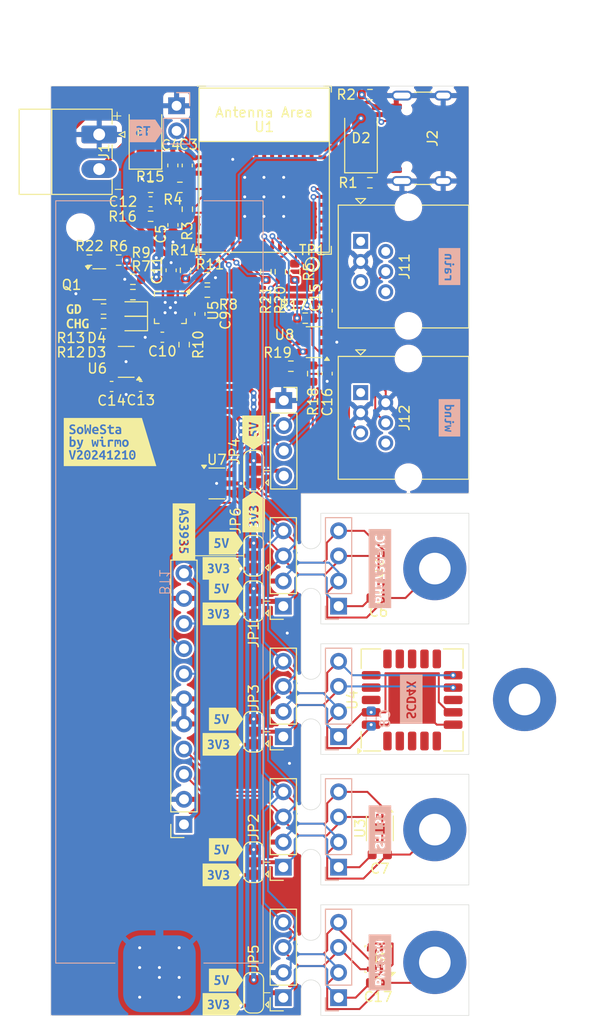
<source format=kicad_pcb>
(kicad_pcb (version 20240108) (generator "pcbnew") (generator_version "8.0")
  (layers (0 "F.Cu" signal) (31 "B.Cu" signal) (34 "B.Paste" user) (35 "F.Paste" user) (36 "B.SilkS" user "B.Silkscreen") (37 "F.SilkS" user "F.Silkscreen") (38 "B.Mask" user) (39 "F.Mask" user) (44 "Edge.Cuts" user))
  (net 0 "")
  (net 1 "EN")
  (net 2 "GND")
  (net 3 "+3V3")
  (net 4 "VUSB")
  (net 5 "+5V")
  (net 6 "+BATT")
  (net 7 "Net-(D1-A)")
  (net 8 "RX")
  (net 9 "TX")
  (net 10 "IO8")
  (net 11 "IO2")
  (net 13 "Net-(J2-CC1)")
  (net 14 "Net-(J2-CC2)")
  (net 15 "Net-(J9-Pin_2)")
  (net 16 "Net-(J10-Pin_4)")
  (net 17 "USB_D-")
  (net 20 "IO3")
  (net 24 "IO7")
  (net 26 "Net-(U5-ITERM)")
  (net 27 "Net-(U5-~{CE})")
  (net 28 "Net-(U5-ILIM)")
  (net 29 "USB_D+")
  (net 30 "Net-(U5-ISET)")
  (net 34 "VCC")
  (net 38 "Net-(J15-Pin_1)")
  (net 39 "VBUS")
  (net 41 "Net-(Q1-B)")
  (net 42 "Net-(Q1-C)")
  (net 43 "Net-(D3-A)")
  (net 44 "Net-(D4-A)")
  (net 47 "IO0")
  (net 49 "Net-(D3-K)")
  (net 50 "Net-(D4-K)")
  (net 51 "IO1")
  (net 55 "IO4")
  (net 61 "/sensors/HT31/VCC")
  (net 62 "/sensors/SCD40/VCC")
  (net 63 "/sensors/BH1730/VCC")
  (net 66 "IO6")
  (net 67 "IO9")
  (net 68 "IO5")
  (footprint "Resistor_SMD:R_0603_1608Metric" (layer "F.Cu") (at 24.71 14.78 -90)
    (property "Reference" "R5")
    (property "Value" "10k")
  )
  (footprint "Resistor_SMD:R_0603_1608Metric" (layer "F.Cu") (at 24.315 24.33)
    (property "Reference" "R19")
    (property "Value" "10k")
  )
  (footprint "kibuzzard-66DB4EDB" (layer "F.Cu") (at 2.72 20.01)
    (property "Reference" "kibuzzard-66DB4EDB" (hide yes))
    (property "Value" "G***" (hide yes))
  )
  (footprint "kibuzzard-66DB4BF3" (layer "F.Cu") (at 20.55 31.05 90)
    (property "Reference" "kibuzzard-66DB4BF3" (hide yes))
    (property "Value" "G***" (hide yes))
  )
  (footprint "Capacitor_SMD:C_0603_1608Metric" (layer "F.Cu") (at 15.105 19.05 90)
    (property "Reference" "C9")
    (property "Value" "22uF")
  )
  (footprint "kibuzzard-67419C7E" (layer "F.Cu") (at 13.485 41.05 -90)
    (property "Reference" "kibuzzard-67419C7E" (hide yes))
    (property "Value" "G***" (hide yes))
  )
  (footprint "Connector_PinSocket_2.54mm:PinSocket_1x11_P2.54mm_Vertical" (layer "F.Cu") (at 13.485 70.675 180)
    (property "Reference" "J15" (hide yes))
    (property "Value" "AS3935")
  )
  (footprint "Resistor_SMD:R_0603_1608Metric" (layer "F.Cu") (at 5.345 20.01)
    (property "Reference" "R12")
    (property "Value" "10k")
  )
  (footprint "Capacitor_SMD:C_0603_1608Metric" (layer "F.Cu") (at 6.155 26.38 180)
    (property "Reference" "C14")
    (property "Value" "22uF")
  )
  (footprint "Package_LGA:Bosch_LGA-8_2.5x2.5mm_P0.65mm_ClockwisePinNumbering" (layer "F.Cu") (at 33.17 84.295002 180)
    (property "Reference" "U9")
    (property "Value" "BME280")
  )
  (footprint "Capacitor_SMD:C_0603_1608Metric" (layer "F.Cu") (at 33.2 47.775)
    (property "Reference" "C6")
    (property "Value" "22uF")
  )
  (footprint "panelization:mouse-bite-3mm-slot" (layer "F.Cu") (at 26.35 84.4 90)
    (property "Reference" "H8" (hide yes))
    (property "Value" "mouse bites" (hide yes))
    (fp_arc (start -3 -1) (mid -2 0) (end -3 1) (stroke (width 0.05)) (layer "Edge.Cuts"))
    (fp_arc (start 3 1) (mid 2 0) (end 3 -1) (stroke (width 0.05)) (layer "Edge.Cuts"))
  )
  (footprint "Capacitor_SMD:C_0603_1608Metric" (layer "F.Cu") (at 27.99 25.08 -90)
    (property "Reference" "C16")
    (property "Value" "10pF")
  )
  (footprint "Resistor_SMD:R_0603_1608Metric" (layer "F.Cu") (at 10.1075 6.24)
    (property "Reference" "R15")
    (property "Value" "470k")
  )
  (footprint "kibuzzard-66DB4B6F" (layer "F.Cu") (at 17.43 49.375)
    (property "Reference" "kibuzzard-66DB4B6F" (hide yes))
    (property "Value" "G***" (hide yes))
  )
  (footprint "MountingHole:MountingHole_3.2mm_M3_Pad" (layer "F.Cu") (at 47.99 58.04)
    (property "Reference" "H5" (hide yes))
    (property "Value" "MountingHole_Pad")
  )
  (footprint "Connector_PinSocket_2.54mm:PinSocket_1x04_P2.54mm_Vertical" (layer "F.Cu") (at 23.55 75 180)
    (property "Reference" "J5" (hide yes))
    (property "Value" "I2C Board")
  )
  (footprint "Connector_PinSocket_2.54mm:PinSocket_1x04_P2.54mm_Vertical" (layer "F.Cu") (at 23.55 88.2 180)
    (property "Reference" "J13" (hide yes))
    (property "Value" "I2C Board")
  )
  (footprint "Capacitor_SMD:C_0603_1608Metric" (layer "F.Cu") (at 27.99 18.715 90)
    (property "Reference" "C15")
    (property "Value" "10pF")
  )
  (footprint "kibuzzard-66DB4B6F" (layer "F.Cu") (at 17.43 44.775)
    (property "Reference" "kibuzzard-66DB4B6F" (hide yes))
    (property "Value" "G***" (hide yes))
  )
  (footprint "Capacitor_SMD:C_0603_1608Metric" (layer "F.Cu") (at 9.115 26.38)
    (property "Reference" "C13")
    (property "Value" "22uF")
  )
  (footprint "kibuzzard-66DB4CC2" (layer "F.Cu") (at 17.749754 86.425)
    (property "Reference" "kibuzzard-66DB4CC2" (hide yes))
    (property "Value" "G***" (hide yes))
  )
  (footprint "kibuzzard-66DB4B6F" (layer "F.Cu") (at 17.43 88.880005)
    (property "Reference" "kibuzzard-66DB4B6F" (hide yes))
    (property "Value" "G***" (hide yes))
  )
  (footprint "TestPoint:TestPoint_Pad_D1.0mm" (layer "F.Cu") (at 26.49 14.03)
    (property "Reference" "TP1")
    (property "Value" "IO9")
  )
  (footprint "Jumper:SolderJumper-3_P1.3mm_Bridged12_RoundedPad1.0x1.5mm" (layer "F.Cu") (at 20.55 61.3 90)
    (property "Reference" "JP3")
    (property "Value" "V select")
  )
  (footprint "Capacitor_SMD:C_0603_1608Metric" (layer "F.Cu") (at 11.295 21.4 180)
    (property "Reference" "C10")
    (property "Value" "22uF")
  )
  (footprint "panelization:mouse-bite-3mm-slot" (layer "F.Cu") (at 26.35 44.8 90)
    (property "Reference" "H2" (hide yes))
    (property "Value" "mouse bites" (hide yes))
    (fp_arc (start -3 -1) (mid -2 0) (end -3 1) (stroke (width 0.05)) (layer "Edge.Cuts"))
    (fp_arc (start 3 1) (mid 2 0) (end 3 -1) (stroke (width 0.05)) (layer "Edge.Cuts"))
  )
  (footprint "Diode_SMD:D_SMA" (layer "F.Cu") (at 31.42 1.2575 90)
    (property "Reference" "D2")
    (property "Value" "SS34")
  )
  (footprint "Resistor_SMD:R_0603_1608Metric" (layer "F.Cu") (at 26.53 25.08 90)
    (property "Reference" "R18")
    (property "Value" "10k")
  )
  (footprint "panelization:mouse-bite-3mm-slot" (layer "F.Cu") (at 26.35 58 90)
    (property "Reference" "H6" (hide yes))
    (property "Value" "mouse bites" (hide yes))
    (fp_arc (start -3 -1) (mid -2 0) (end -3 1) (stroke (width 0.05)) (layer "Edge.Cuts"))
    (fp_arc (start 3 1) (mid 2 0) (end 3 -1) (stroke (width 0.05)) (layer "Edge.Cuts"))
  )
  (footprint "Sensor:Sensirion_SCD4x-1EP_10.1x10.1mm_P1.25mm_EP4.8x4.8mm" (layer "F.Cu") (at 36.6 58.0875 90)
    (property "Reference" "U4")
    (property "Value" "SCD40-D-R2")
  )
  (footprint "Capacitor_SMD:C_0603_1608Metric" (layer "F.Cu") (at 33.15 86.697502)
    (property "Reference" "C17")
    (property "Value" "22uF")
  )
  (footprint "kibuzzard-66DB4CC2" (layer "F.Cu") (at 17.749754 46.825)
    (property "Reference" "kibuzzard-66DB4CC2" (hide yes))
    (property "Value" "G***" (hide yes))
  )
  (footprint "kibuzzard-66DB4B6F" (layer "F.Cu") (at 17.43 62.575)
    (property "Reference" "kibuzzard-66DB4B6F" (hide yes))
    (property "Value" "G***" (hide yes))
  )
  (footprint "Jumper:SolderJumper-3_P1.3mm_Bridged12_RoundedPad1.0x1.5mm" (layer "F.Cu") (at 20.55 48.1 90)
    (property "Reference" "JP1")
    (property "Value" "V select")
  )
  (footprint "LED_SMD:LED_0603_1608Metric" (layer "F.Cu") (at 8.31 18.55 180)
    (property "Reference" "D4")
    (property "Value" "pgood")
  )
  (footprint "Package_DFN_QFN:VQFN-16-1EP_3x3mm_P0.5mm_EP1.6x1.6mm" (layer "F.Cu") (at 12.1075 18.4 -90)
    (property "Reference" "U5")
    (property "Value" "BQ24074RGT")
  )
  (footprint "kibuzzard-66DB4CC2" (layer "F.Cu") (at 17.749754 60.025)
    (property "Reference" "kibuzzard-66DB4CC2" (hide yes))
    (property "Value" "G***" (hide yes))
  )
  (footprint "Resistor_SMD:R_0603_1608Metric" (layer "F.Cu") (at 8.315 15.54)
    (property "Reference" "R9")
    (property "Value" "10k")
  )
  (footprint "Resistor_SMD:R_0603_1608Metric" (layer "F.Cu") (at 15.855 16.84 180)
    (property "Reference" "R8")
    (property "Value" "10k")
  )
  (footprint "Jumper:SolderJumper-3_P1.3mm_Bridged12_RoundedPad1.0x1.5mm" (layer "F.Cu") (at 20.55 74.5 90)
    (property "Reference" "JP2")
    (property "Value" "V select")
  )
  (footprint "Resistor_SMD:R_0603_1608Metric" (layer "F.Cu") (at 13.505 22.15 90)
    (property "Reference" "R10")
    (property "Value" "1k (1.5A)")
  )
  (footprint "Package_TO_SOT_SMD:SOT-23-6" (layer "F.Cu") (at 26.6725 21.9 180)
    (property "Reference" "U8")
    (property "Value" "SRV05-4")
  )
  (footprint "MountingHole:MountingHole_3.2mm_M3_Pad" (layer "F.Cu") (at 38.9 84.63)
    (property "Reference" "H7" (hide yes))
    (property "Value" "MountingHole_Pad")
  )
  (footprint "Package_TO_SOT_SMD:TSOT-23-5" (layer "F.Cu") (at 7.635 23.89 180)
    (property "Reference" "U6")
    (property "Value" "RT9167A-33GB")
  )
  (footprint "Resistor_SMD:R_0603_1608Metric" (layer "F.Cu") (at 8.315 17.09 180)
    (property "Reference" "R7")
    (property "Value" "10k")
  )
  (footprint "Resistor_SMD:R_0603_1608Metric" (layer "F.Cu") (at 10.11 9.16 180)
    (property "Reference" "R16")
    (property "Value" "470k")
  )
  (footprint "Jumper:SolderJumper-3_P1.3mm_Bridged12_RoundedPad1.0x1.5mm" (layer "F.Cu") (at 20.55 43.5 90)
    (property "Reference" "JP6")
    (property "Value" "V select")
  )
  (footprint "Capacitor_SMD:C_0603_1608Metric" (layer "F.Cu") (at 12.37 10.05 -90)
    (property "Reference" "C5")
    (property "Value" "100nF")
  )
  (footprint "Capacitor_SMD:C_0603_1608Metric" (layer "F.Cu") (at 12.36 4.025 -90)
    (property "Reference" "C4")
    (property "Value" "22uF")
  )
  (footprint "LED_SMD:LED_0603_1608Metric" (layer "F.Cu") (at 8.31 20.01 180)
    (property "Reference" "D3")
    (property "Value" "chg")
  )
  (footprint "Capacitor_SMD:C_0603_1608Metric" (layer "F.Cu") (at 13.82 4.025 -90)
    (property "Reference" "C3")
    (property "Value" "22uF")
  )
  (footprint "Resistor_SMD:R_0603_1608Metric" (layer "F.Cu") (at 5.345 18.55)
    (property "Reference" "R13")
    (property "Value" "10k")
  )
  (footprint "Resistor_SMD:R_0603_1608Metric" (layer "F.Cu") (at 13.075 6.24 180)
    (property "Reference" "R4")
    (property "Value" "10k")
  )
  (footprint "MountingHole:MountingHole_3.2mm_M3_Pad" (layer "F.Cu") (at 38.9 71.2)
    (property "Reference" "H3" (hide yes))
    (property "Value" "MountingHole_Pad")
  )
  (footprint "Resistor_SMD:R_0603_1608Metric" (layer "F.Cu") (at 15.855 15.38 180)
    (property "Reference" "R11")
    (property "Value" "2k (0.5A)")
  )
  (footprint "Resistor_SMD:R_0603_1608Metric" (layer "F.Cu") (at 6.875 13.6 180)
    (property "Reference" "R6")
    (property "Value" "1k")
  )
  (footprint "Diode_SMD:D_SMA" (layer "F.Cu") (at 9.59 0.8875 90)
    (property "Reference" "D1")
    (property "Value" "SS34")
  )
  (footprint "MountingHole:MountingHole_3.2mm_M3_Pad" (layer "F.Cu") (at 38.9 44.8)
    (property "Reference" "H1" (hide yes))
    (property "Value" "MountingHole_Pad")
  )
  (footprint "Resistor_SMD:R_0603_1608Metric" (layer "F.Cu") (at 13.645 14.63 90)
    (property "Reference" "R14")
    (property "Value" "10k")
  )
  (footprint "kibuzzard-66DB4B6F" (layer "F.Cu") (at 20.55 39.08 90)
    (property "Reference" "kibuzzard-66DB4B6F" (hide yes))
    (property "Value" "G***" (hide yes))
  )
  (footprint "Sensor_Humidity:Sensirion_DFN-8-1EP_2.5x2.5mm_P0.5mm_EP1.1x1.7mm" (layer "F.Cu") (at 33.3325 71.071255 -90)
    (property "Reference" "U3")
    (property "Value" "SHT31-DIS")
  )
  (footprint "Connector_PinSocket_2.54mm:PinSocket_1x04_P2.54mm_Vertical" (layer "F.Cu") (at 23.6 27.8)
    (property "Reference" "J10" (hide yes))
    (property "Value" "RG-9/11/15")
  )
  (footprint "Resistor_SMD:R_0603_1608Metric" (layer "F.Cu") (at 25.775 19.47)
    (property "Reference" "R17")
    (property "Value" "100k")
  )
  (footprint "Connector_Phoenix_MC:PhoenixContact_MC_1,5_2-G-3.5_1x02_P3.50mm_Horizontal" (layer "F.Cu") (at 4.9 0.895 -90)
    (property "Reference" "J1")
    (property "Value" "solar")
  )
  (footprint "Resistor_SMD:R_0603_1608Metric" (layer "F.Cu") (at 23.25 14.78 -90)
    (property "Reference" "R20")
    (property "Value" "10k")
  )
  (footprint "Connector_PinSocket_2.54mm:PinSocket_1x04_P2.54mm_Vertical" (layer "F.Cu") (at 23.55 61.8 180)
    (property "Reference" "J7" (hide yes))
    (property "Value" "I2C Board")
  )
  (footprint "Jumper:SolderJumper-3_P1.3mm_Bridged12_RoundedPad1.0x1.5mm" (layer "F.Cu") (at 20.55 34.9 90)
    (property "Reference" "JP4")
    (property "Value" "V select")
  )
  (footprint "Resistor_SMD:R_0603_1608Metric" (layer "F.Cu") (at 21.79 14.78 -90)
    (property "Reference" "R21")
    (property "Value" "10k")
  )
  (footprint "Package_TO_SOT_SMD:SOT-23-6" (layer "F.Cu") (at 16.82 36.1875)
    (property "Reference" "U7")
    (property "Value" "SRV05-4")
  )
  (footprint "panelization:mouse-bite-3mm-slot" (layer "F.Cu") (at 26.35 71.2 90)
    (property "Reference" "H4" (hide yes))
    (property "Value" "mouse bites" (hide yes))
    (fp_arc (start -3 -1) (mid -2 0) (end -3 1) (stroke (width 0.05)) (layer "Edge.Cuts"))
    (fp_arc (start 3 1) (mid 2 0) (end 3 -1) (stroke (width 0.05)) (layer "Edge.Cuts"))
  )
  (footprint "Package_TO_SOT_SMD:SOT-23" (layer "F.Cu") (at 4.915 16.0375)
    (property "Reference" "Q1")
    (property "Value" "MOT S8050/J3Y/0.4")
  )
  (footprint "Capacitor_SMD:C_0603_1608Metric" (layer "F.Cu") (at 10.11 7.7 180)
    (property "Reference" "C12")
    (property "Value" "100nF")
  )
  (footprint "Resistor_SMD:R_0603_1608Metric" (layer "F.Cu") (at 13.83 8.45 90)
    (property "Reference" "R3")
    (property "Value" "10k")
  )
  (footprint "Connector_RJ:RJ25_Wayconn_MJEA-660X1_Horizontal" (layer "F.Cu") (at 31.385 27 90)
    (property "Reference" "J12")
    (property "Value" "RJ12 (wind)")
  )
  (footprint "wirmo_power:wirmo_small" (layer "F.Cu") (at 12.48 32)
    (property "Reference" "REF**" (hide yes))
    (property "Value" "wirmo_small" (hide yes))
  )
  (footprint "Capacitor_SMD:C_0603_1608Metric" (layer "F.Cu") (at 12.185 14.63 90)
    (property "Reference" "C11")
    (property "Value" "22uF")
  )
  (footprint "kibuzzard-66DB4CC2" (layer "F.Cu") (at 17.749754 73.225)
    (property "Reference" "kibuzzard-66DB4CC2" (hide yes))
    (property "Value" "G***" (hide yes))
  )
  (footprint "Jumper:SolderJumper-3_P1.3mm_Bridged12_RoundedPad1.0x1.5mm" (layer "F.Cu") (at 20.55 87.7 90)
    (property "Reference" "JP5")
    (property "Value" "V select")
  )
  (footprint "Connector_USB:USB_C_Receptacle_GCT_USB4105-xx-A_16P_TopMnt_Horizontal" (layer "F.Cu") (at 38.67 1.28 90)
    (property "Reference" "J2")
    (property "Value" "USB_C_Receptacle_USB2.0_16P")
  )
  (footprint "Resistor_SMD:R_0603_1608Metric" (layer "F.Cu") (at 3.91 13.6)
    (property "Reference" "R22")
    (property "Value" "100k")
  )
  (footprint "Resistor_SMD:R_0603_1608Metric" (layer "F.Cu") (at 32.32 5.78)
    (property "Reference" "R1")
    (property "Value" "5.1k")
  )
  (footprint "sensors:WSOF6" (layer "F.Cu") (at 33.2 44.8 90)
    (property "Reference" "U2")
    (property "Value" "BH1730FVC")
  )
  (footprint "kibuzzard-66DB4ECF" (layer "F.Cu") (at 2.339969 18.55)
    (property "Reference" "kibuzzard-66DB4ECF" (hide yes))
    (property "Value" "G***" (hide yes))
  )
  (footprint "Connector_PinSocket_2.54mm:PinSocket_1x04_P2.54mm_Vertical" (layer "F.Cu") (at 23.55 48.6 180)
    (property "Reference" "J3" (hide yes))
    (property "Value" "I2C Board")
  )
  (footprint "PCM_Espressif:ESP32-C3-MINI-1" (layer "F.Cu") (at 21.615 4.505)
    (property "Reference" "U1")
    (property "Value" "ESP32-C3-MINI-1")
  )
  (footprint "Connector_RJ:RJ25_Wayconn_MJEA-660X1_Horizontal" (layer "F.Cu") (at 31.385 11.7 90)
    (property "Reference" "J11")
    (property "Value" "RJ12 (rain)")
  )
  (footprint "Resistor_SMD:R_0603_1608Metric" (layer "F.Cu") (at 32.33 -3.14)
    (property "Reference" "R2")
    (property "Value" "5.1k")
  )
  (footprint "kibuzzard-66DB4CC2" (layer "F.Cu") (at 17.749754 42.225)
    (property "Reference" "kibuzzard-66DB4CC2" (hide yes))
    (property "Value" "G***" (hide yes))
  )
  (footprint "Capacitor_SMD:C_0603_1608Metric" (layer "F.Cu") (at 33.325 73.723755)
    (property "Reference" "C7")
    (property "Value" "22uF")
  )
  (footprint "kibuzzard-6758A59F" (layer "F.Cu") (at 6 32)
    (property "Reference" "kibuzzard-6758A59F" (hide yes))
    (property "Value" "G***" (hide yes))
  )
  (footprint "kibuzzard-66DB4B6F" (layer "F.Cu") (at 17.43 75.775)
    (property "Reference" "kibuzzard-66DB4B6F" (hide yes))
    (property "Value" "G***" (hide yes))
  )
  (footprint "Connector_PinHeader_2.54mm:PinHeader_1x02_P2.54mm_Vertical" (layer "B.Cu") (at 12.74 -2.01 180)
    (property "Reference" "J9" (hide yes))
    (property "Value" "Conn_01x02")
  )
  (footprint "kibuzzard-67291623" (layer "B.Cu") (at 40.38 29.55 90)
    (property "Reference" "kibuzzard-67291623" (hide yes))
    (property "Value" "G***" (hide yes))
  )
  (footprint "Connector_PinHeader_2.54mm:PinHeader_1x04_P2.54mm_Vertical" (layer "B.Cu") (at 29.15 75)
    (property "Reference" "J6" (hide yes))
    (property "Value" "I2C Sensor")
  )
  (footprint "kibuzzard-67419D22" (layer "B.Cu") (at 36.5125 58 90)
    (property "Reference" "kibuzzard-67419D22" (hide yes))
    (property "Value" "G***" (hide yes))
  )
  (footprint "kibuzzard-67419D00" (layer "B.Cu") (at 33.3375 71.2 90)
    (property "Reference" "kibuzzard-67419D00" (hide yes))
    (property "Value" "G***" (hide yes))
  )
  (footprint "kibuzzard-67419D7C" (layer "B.Cu") (at 33.3375 44.8 90)
    (property "Reference" "kibuzzard-67419D7C" (hide yes))
    (property "Value" "G***" (hide yes))
  )
  (footprint "kibuzzard-67419EEB" (layer "B.Cu") (at 9.66 0.53 180)
    (property "Reference" "kibuzzard-67419EEB" (hide yes))
    (property "Value" "G***" (hide yes))
  )
  (footprint "kibuzzard-67419CC9" (layer "B.Cu") (at 33.3375 84.63 90)
    (property "Reference" "kibuzzard-67419CC9" (hide yes))
    (property "Value" "G***" (hide yes))
  )
  (footprint "kibuzzard-67291638" (layer "B.Cu") (at 40.38 14.25 90)
    (property "Reference" "kibuzzard-67291638" (hide yes))
    (property "Value" "G***" (hide yes))
  )
  (footprint "Capacitor_SMD:C_0603_1608Metric" (layer "B.Cu") (at 32.45 59.971253 -90)
    (property "Reference" "C8")
    (property "Value" "22uF")
  )
  (footprint "Connector_PinHeader_2.54mm:PinHeader_1x04_P2.54mm_Vertical" (layer "B.Cu") (at 29.15 61.8)
    (property "Reference" "J8" (hide yes))
    (property "Value" "I2C Sensor")
  )
  (footprint "wirmo_power:BH-18650-B1BA002" (layer "B.Cu") (at 11 46.15 90)
    (property "Reference" "BT1")
    (property "Value" "Battery_Cell")
  )
  (footprint "Connector_PinHeader_2.54mm:PinHeader_1x04_P2.54mm_Vertical" (layer "B.Cu") (at 29.15 88.2)
    (property "Reference" "J14" (hide yes))
    (property "Value" "I2C Sensor")
  )
  (footprint "Connector_PinHeader_2.54mm:PinHeader_1x04_P2.54mm_Vertical" (layer "B.Cu") (at 29.15 48.6)
    (property "Reference" "J4" (hide yes))
    (property "Value" "I2C Sensor")
  )
  (gr_line (start 21.55 61.3) (end 22.22 61.3) (stroke (width 0.1)) (layer "F.SilkS"))
  (gr_line (start 21.55 74.5) (end 22.22 74.5) (stroke (width 0.1)) (layer "F.SilkS"))
  (gr_line (start 13.485 43.5) (end 13.485 43.945) (stroke (width 0.1)) (layer "F.SilkS"))
  (gr_line (start 21.55 34.9) (end 22.27 34.9) (stroke (width 0.1)) (layer "F.SilkS"))
  (gr_line (start 21.55 87.7) (end 22.22 87.7) (stroke (width 0.1)) (layer "F.SilkS"))
  (gr_line (start 19.55 43.5) (end 13.485 43.5) (stroke (width 0.1)) (layer "F.SilkS"))
  (gr_line (start 21.55 48.1) (end 22.22 48.1) (stroke (width 0.1)) (layer "F.SilkS"))
  (gr_line (start 0 90) (end 0 -4) (stroke (width 0.05)) (layer "Edge.Cuts"))
  (gr_line (start 27.35 78.8) (end 42.35 78.8) (stroke (width 0.05)) (layer "Edge.Cuts"))
  (gr_line (start 27.35 76.8) (end 42.35 76.8) (stroke (width 0.05)) (layer "Edge.Cuts"))
  (gr_line (start 25.35 41.8) (end 25.35 37.2) (stroke (width 0.05)) (layer "Edge.Cuts"))
  (gr_line (start 27.35 76.8) (end 27.35 74.2) (stroke (width 0.05)) (layer "Edge.Cuts"))
  (gr_line (start 25.35 54.997502) (end 25.35 47.803755) (stroke (width 0.05)) (layer "Edge.Cuts"))
  (gr_line (start 27.35 90) (end 27.35 87.4) (stroke (width 0.05)) (layer "Edge.Cuts"))
  (gr_line (start 27.35 65.6) (end 42.35 65.6) (stroke (width 0.05)) (layer "Edge.Cuts"))
  (gr_line (start 27.35 39.200008) (end 42.35 39.200008) (stroke (width 0.05)) (layer "Edge.Cuts"))
  (gr_line (start 42.35 52.4) (end 42.35 63.6) (stroke (width 0.05)) (layer "Edge.Cuts"))
  (gr_line (start 25.35 90) (end 0 90) (stroke (width 0.05)) (layer "Edge.Cuts"))
  (gr_line (start 27.35 50.4) (end 27.35 47.803755) (stroke (width 0.05)) (layer "Edge.Cuts"))
  (gr_line (start 25.35 68.2) (end 25.35 60.997502) (stroke (width 0.05)) (layer "Edge.Cuts"))
  (gr_line (start 42.35 65.6) (end 42.35 76.8) (stroke (width 0.05)) (layer "Edge.Cuts"))
  (gr_line (start 25.35 74.2) (end 25.35 81.4) (stroke (width 0.05)) (layer "Edge.Cuts"))
  (gr_line (start 27.35 68.2) (end 27.35 65.6) (stroke (width 0.05)) (layer "Edge.Cuts"))
  (gr_line (start 27.35 50.4) (end 42.35 50.4) (stroke (width 0.05)) (layer "Edge.Cuts"))
  (gr_line (start 27.35 41.803755) (end 27.35 39.200008) (stroke (width 0.05)) (layer "Edge.Cuts"))
  (gr_line (start 27.35 63.597502) (end 27.35 61) (stroke (width 0.05)) (layer "Edge.Cuts"))
  (gr_line (start 27.35 81.4) (end 27.35 78.8) (stroke (width 0.05)) (layer "Edge.Cuts"))
  (gr_line (start 27.35 90) (end 42.35 90) (stroke (width 0.05)) (layer "Edge.Cuts"))
  (gr_line (start 25.35 37.2) (end 42.35 37.2) (stroke (width 0.05)) (layer "Edge.Cuts"))
  (gr_line (start 27.35 63.6) (end 42.35 63.6) (stroke (width 0.05)) (layer "Edge.Cuts"))
  (gr_line (start 42.35 -4) (end 42.35 37.2) (stroke (width 0.05)) (layer "Edge.Cuts"))
  (gr_line (start 27.35 54.997502) (end 27.35 52.4) (stroke (width 0.05)) (layer "Edge.Cuts"))
  (gr_line (start 27.35 52.4) (end 42.35 52.4) (stroke (width 0.05)) (layer "Edge.Cuts"))
  (gr_line (start 25.35 87.4) (end 25.35 90) (stroke (width 0.05)) (layer "Edge.Cuts"))
  (gr_line (start 42.35 39.200008) (end 42.35 50.4) (stroke (width 0.05)) (layer "Edge.Cuts"))
  (gr_line (start 42.35 78.8) (end 42.35 90) (stroke (width 0.05)) (layer "Edge.Cuts"))
  (gr_line (start 0 -4) (end 42.35 -4) (stroke (width 0.05)) (layer "Edge.Cuts"))
  (gr_text "-" (at 6.21 6.955 0) (layer "F.SilkS") (effects (font (size 1 1) (thickness 0.1)) (justify left bottom)))
  (gr_text "+" (at 6.21 -1.665 -90) (layer "F.SilkS") (effects (font (size 1 1) (thickness 0.1)) (justify left bottom)))
  (segment (start 13.77 9.17) (end 13.82 9.12) (width 0.2) (layer "F.Cu") (net 1))
  (segment (start 14.3 8.805) (end 15.715 8.805) (width 0.2) (layer "F.Cu") (net 1))
  (segment (start 13.83 9.275) (end 14.3 8.805) (width 0.2) (layer "F.Cu") (net 1))
  (segment (start 12.37 9.225) (end 13.78 9.225) (width 0.2) (layer "F.Cu") (net 1))
  (segment (start 13.78 9.225) (end 13.83 9.275) (width 0.2) (layer "F.Cu") (net 1))
  (segment (start 33.495 82.895002) (end 33.67 82.720002) (width 0.2) (layer "F.Cu") (net 2))
  (segment (start 7.61 25.7) (end 6.93 26.38) (width 0.5) (layer "F.Cu") (net 2))
  (segment (start 33.5825 69.896255) (end 33.5825 70.821255) (width 0.2) (layer "F.Cu") (net 2))
  (segment (start 2.5525 16.9875) (end 2.54 17) (width 0.2) (layer "F.Cu") (net 2))
  (segment (start 9.335 7.7) (end 9.335 8.88907) (width 0.4) (layer "F.Cu") (net 2))
  (segment (start 32 49.75) (end 33.975 47.775) (width 0.2) (layer "F.Cu") (net 2))
  (segment (start 33.925 26.854314) (end 33.925 28.02) (width 0.2) (layer "F.Cu") (net 2))
  (segment (start 13.545 18.65) (end 14.73 18.65) (width 0.2) (layer "F.Cu") (net 2))
  (segment (start 13.82 3.25) (end 12.4 1.83) (width 0.2) (layer "F.Cu") (net 2))
  (segment (start 3.9775 16.9875) (end 2.5525 16.9875) (width 0.2) (layer "F.Cu") (net 2))
  (segment (start 3.9775 16.9875) (end 3.9775 16.534448) (width 0.2) (layer "F.Cu") (net 2))
  (segment (start 33.495 82.895002) (end 33.495 83.270002) (width 0.2) (layer "F.Cu") (net 2))
  (segment (start 8.7725 23.89) (end 7.64 23.89) (width 0.5) (layer "F.Cu") (net 2))
  (segment (start 28.002498 89.35) (end 31.272502 89.35) (width 0.2) (layer "F.Cu") (net 2))
  (segment (start 16.795 35.005) (end 16.95 34.85) (width 0.2) (layer "F.Cu") (net 2))
  (segment (start 18.415 12.835) (end 18.84 13.26) (width 0.2) (layer "F.Cu") (net 2))
  (segment (start 34.1 73.723755) (end 36.38 73.723755) (width 0.2) (layer "F.Cu") (net 2))
  (segment (start 32.45 60.5875) (end 34.1 60.5875) (width 0.2) (layer "F.Cu") (net 2))
  (segment (start 10.67 18.15) (end 11.8575 18.15) (width 0.2) (layer "F.Cu") (net 2))
  (segment (start 3.9775 16.534448) (end 5.101948 15.41) (width 0.2) (layer "F.Cu") (net 2))
  (segment (start 32.195 82.820002) (end 32.295 82.720002) (width 0.2) (layer "F.Cu") (net 2))
  (segment (start 15.105 13.805) (end 13.645 13.805) (width 0.2) (layer "F.Cu") (net 2))
  (segment (start 18.415 12.105) (end 18.415 12.835) (width 0.2) (layer "F.Cu") (net 2))
  (segment (start 33.925 86.697502) (end 36.6 86.697502) (width 0.2) (layer "F.Cu") (net 2))
  (segment (start 7.61 24.390001) (end 7.61 25.7) (width 0.5) (layer "F.Cu") (net 2))
  (segment (start 33.67 82.720002) (end 34.62 82.720002) (width 0.2) (layer "F.Cu") (net 2))
  (segment (start 18.415 3.395) (end 18.43 3.41) (width 0.2) (layer "F.Cu") (net 2))
  (segment (start 12.37 11.76) (end 12.38 11.77) (width 0.4) (layer "F.Cu") (net 2))
  (segment (start 7.64 23.89) (end 7.62 23.87) (width 0.5) (layer "F.Cu") (net 2))
  (segment (start 32.295 82.720002) (end 33.32 82.720002) (width 0.2) (layer "F.Cu") (net 2))
  (segment (start 8.7725 23.89) (end 8.110001 23.89) (width 0.5) (layer "F.Cu") (net 2))
  (segment (start 35.925 47.775) (end 38.9 44.8) (width 0.2) (layer "F.Cu") (net 2))
  (segment (start 32.195 83.270002) (end 32.195 82.820002) (width 0.2) (layer "F.Cu") (net 2))
  (segment (start 15.6825 36.1875) (end 16.790731 36.1875) (width 0.4) (layer "F.Cu") (net 2))
  (segment (start 28 89.347502) (end 28.002498 89.35) (width 0.2) (layer "F.Cu") (net 2))
  (segment (start 15.245 18.275) (end 16.68 16.84) (width 0.2) (layer "F.Cu") (net 2))
  (segment (start 16.790731 36.1875) (end 16.795 36.183231) (width 0.4) (layer "F.Cu") (net 2))
  (segment (start 29.15 58.951472) (end 29.15 59.28) (width 0.2) (layer "F.Cu") (net 2))
  (segment (start 29.15 72.463755) (end 28 73.613755) (width 0.2) (layer "F.Cu") (net 2))
  (segment (start 33.2 46.175) (end 33.7 46.175) (width 0.2) (layer "F.Cu") (net 2))
  (segment (start 36.38 73.723755) (end 38.9 71.203755) (width 0.2) (layer "F.Cu") (net 2))
  (segment (start 12.4 1.83) (end 11.93 1.83) (width 0.2) (layer "F.Cu") (net 2))
  (segment (start 28 62.946253) (end 28.003747 62.95) (width 0.2) (layer "F.Cu") (net 2))
  (segment (start 10.52 21.4) (end 9.57 21.4) (width 0.2) (layer "F.Cu") (net 2))
  (segment (start 13.545 18.65) (end 12.347657 18.65) (width 0.2) (layer "F.Cu") (net 2))
  (segment (start 29.15 46.06) (end 28 47.21) (width 0.2) (layer "F.Cu") (net 2))
  (segment (start 33.5825 71.321255) (end 33.5825 72.246255) (width 0.2) (layer "F.Cu") (net 2))
  (segment (start 39.1 60.5875) (end 40.75 60.5875) (width 0.2) (layer "F.Cu") (net 2))
  (segment (start 15.105 18.275) (end 15.245 18.275) (width 0.2) (layer "F.Cu") (net 2))
  (segment (start 16.795 36.183231) (end 16.795 37.385) (width 0.2) (layer "F.Cu") (net 2))
  (segment (start 11.27093 10.825) (end 12.37 10.825) (width 0.4) (layer "F.Cu") (net 2))
  (segment (start 16.68 15.38) (end 15.105 13.805) (width 0.2) (layer "F.Cu") (net 2))
  (segment (start 28 73.613755) (end 28 76.153755) (width 0.2) (layer "F.Cu") (net 2))
  (segment (start 28 76.153755) (end 31.67 76.153755) (width 0.2) (layer "F.Cu") (net 2))
  (segment (start 28 60.406253) (end 28 62.946253) (width 0.2) (layer "F.Cu") (net 2))
  (segment (start 34.625 82.725002) (end 34.625 84.840002) (width 0.2) (layer "F.Cu") (net 2))
  (segment (start 34.625 84.840002) (end 34.145 85.320002) (width 0.2) (layer "F.Cu") (net 2))
  (segment (start 34.1 60.5875) (end 36.6 58.0875) (width 0.2) (layer "F.Cu") (net 2))
  (segment (start 27.99 25.855) (end 27.99 25.86) (width 0.2) (layer "F.Cu") (net 2))
  (segment (start 12.185 13.855) (end 13.595 13.855) (width 0.2) (layer "F.Cu") (net 2))
  (segment (start 6.93 26.49) (end 7.63 27.19) (width 0.5) (layer "F.Cu") (net 2))
  (segment (start 29.15 85.657502) (end 28 86.807502) (width 0.2) (layer "F.Cu") (net 2))
  (segment (start 8.29 26.38) (end 7.61 25.7) (width 0.5) (layer "F.Cu") (net 2))
  (segment (start 33.975 47.775) (end 35.925 47.775) (width 0.2) (layer "F.Cu") (net 2))
  (segment (start 16.795 36.183231) (end 16.795 35.005) (width 0.2) (layer "F.Cu") (net 2))
  (segment (start 27.81 21.9) (end 28.970686 21.9) (width 0.2) (layer "F.Cu") (net 2))
  (segment (start 34.0825 71.821255) (end 33.3325 71.071255) (width 0.2) (layer "F.Cu") (net 2))
  (segment (start 28 86.807502) (end 28 89.347502) (width 0.2) (layer "F.Cu") (net 2))
  (segment (start 30.296253 62.95) (end 32.45 60.796253) (width 0.2) (layer "F.Cu") (net 2))
  (segment (start 34.0825 72.246255) (end 34.0825 71.821255) (width 0.2) (layer "F.Cu") (net 2))
  (segment (start 14.73 18.65) (end 15.105 18.275) (width 0.2) (layer "F.Cu") (net 2))
  (segment (start 8.34 26.38) (end 8.34 26.48) (width 0.5) (layer "F.Cu") (net 2))
  (segment (start 28 49.75) (end 32 49.75) (width 0.2) (layer "F.Cu") (net 2))
  (segment (start 28.003747 62.95) (end 30.296253 62.95) (width 0.2) (layer "F.Cu") (net 2))
  (segment (start 9.335 8.88907) (end 11.27093 10.825) (width 0.4) (layer "F.Cu") (net 2))
  (segment (start 29.15 59.256253) (end 28 60.406253) (width 0.2) (layer "F.Cu") (net 2))
  (segment (start 9.57 21.4) (end 9.56 21.41) (width 0.2) (layer "F.Cu") (net 2))
  (segment (start 11.8575 18.15) (end 12.1075 18.4) (width 0.2) (layer "F.Cu") (net 2))
  (segment (start 28.970686 21.9) (end 33.925 26.854314) (width 0.2) (layer "F.Cu") (net 2))
  (segment (start 16.68 16.84) (end 16.68 15.38) (width 0.2) (layer "F.Cu") (net 2))
  (segment (start 33.7 46.175) (end 33.7 47.5) (width 0.2) (layer "F.Cu") (net 2))
  (segment (start 11.388826 19.1) (end 11.569336 18.91949) (width 0.2) (layer "F.Cu") (net 2))
  (segment (start 33.32 82.720002) (end 33.495 82.895002) (width 0.2) (layer "F.Cu") (net 2))
  (segment (start 7.36 15.41) (end 7.49 15.54) (width 0.2) (layer "F.Cu") (net 2))
  (segment (start 16.795 37.385) (end 17.03 37.62) (width 0.2) (layer "F.Cu") (net 2))
  (segment (start 8.34 26.38) (end 8.29 26.38) (width 0.5) (layer "F.Cu") (net 2))
  (segment (start 36.6 58.0875) (end 39.1 60.5875) (width 0.2) (layer "F.Cu") (net 2))
  (segment (start 31.272502 89.35) (end 33.925 86.697502) (width 0.2) (layer "F.Cu") (net 2))
  (segment (start 28 47.21) (end 28 49.75) (width 0.2) (layer "F.Cu") (net 2))
  (segment (start 18.415 2.305) (end 18.415 3.395) (width 0.2) (layer "F.Cu") (net 2))
  (segment (start 10.67 19.15) (end 10.72 19.1) (width 0.2) (layer "F.Cu") (net 2))
  (segment (start 34.0825 72.246255) (end 34.0825 73.706255) (width 0.2) (layer "F.Cu") (net 2))
  (segment (start 5.101948 15.41) (end 7.36 15.41) (width 0.2) (layer "F.Cu") (net 2))
  (segment (start 31.67 76.153755) (end 34.1 73.723755) (width 0.2) (layer "F.Cu") (net 2))
  (segment (start 8.110001 23.89) (end 7.61 24.390001) (width 0.5) (layer "F.Cu") (net 2))
  (segment (start 34.145 86.477502) (end 34.145 85.320002) (width 0.2) (layer "F.Cu") (net 2))
  (segment (start 10.72 19.1) (end 11.388826 19.1) (width 0.2) (layer "F.Cu") (net 2))
  (segment (start 8.34 26.48) (end 7.63 27.19) (width 0.5) (layer "F.Cu") (net 2))
  (segment (start 12.37 10.825) (end 12.37 11.76) (width 0.4) (layer "F.Cu") (net 2))
  (segment (start 12.347657 18.65) (end 12.1075 18.409843) (width 0.2) (layer "F.Cu") (net 2))
  (segment (start 6.93 26.38) (end 6.93 26.49) (width 0.5) (layer "F.Cu") (net 2))
  (segment (start 13.595 13.855) (end 13.645 13.805) (width 0.2) (layer "F.Cu") (net 2))
  (via (at 19.64 5.23) (size 0.6) (drill 0.3) (layers "F.Cu" "B.Cu") (net 2))
  (via (at 19.64 7.205) (size 0.6) (drill 0.3) (layers "F.Cu" "B.Cu") (net 2))
  (via (at 21.59 7.205) (size 0.6) (drill 0.3) (layers "F.Cu" "B.Cu") (net 2))
  (via (at 12.623435 18.925778) (size 0.6) (drill 0.3) (layers "F.Cu" "B.Cu") (net 2))
  (via (at 11.583422 17.878426) (size 0.6) (drill 0.3) (layers "F.Cu" "B.Cu") (net 2))
  (via (at 13 88.15) (size 0.6) (drill 0.3) (layers "F.Cu" "B.Cu") (net 2))
  (via (at 2.54 17) (size 0.6) (drill 0.3) (layers "F.Cu" "B.Cu") (net 2))
  (via (at 23.95 51.323755) (size 0.6) (drill 0.3) (layers "F.Cu" "B.Cu") (net 2))
  (via (at 7.63 27.19) (size 0.6) (drill 0.3) (layers "F.Cu" "B.Cu") (net 2))
  (via (at 24.175 64.497502) (size 0.6) (drill 0.3) (layers "F.Cu" "B.Cu") (net 2))
  (via (at 19.64 9.18) (size 0.6) (drill 0.3) (layers "F.Cu" "B.Cu") (net 2))
  (via (at 13 86.15) (size 0.6) (drill 0.3) (layers "F.Cu" "B.Cu") (net 2))
  (via (at 11.93 1.83) (size 0.6) (drill 0.3) (layers "F.Cu" "B.Cu") (net 2))
  (via (at 16.68 15.38) (size 0.6) (drill 0.3) (layers "F.Cu" "B.Cu") (net 2))
  (via (at 18.43 3.41) (size 0.6) (drill 0.3) (layers "F.Cu" "B.Cu") (net 2))
  (via (at 21.59 9.18) (size 0.6) (drill 0.3) (layers "F.Cu" "B.Cu") (net 2))
  (via (at 11 85.15) (size 0.6) (drill 0.3) (layers "F.Cu" "B.Cu") (net 2))
  (via (at 23.59 5.23) (size 0.6) (drill 0.3) (layers "F.Cu" "B.Cu") (net 2))
  (via (at 23.59 7.205) (size 0.6) (drill 0.3) (layers "F.Cu" "B.Cu") (net 2))
  (via (at 7.49 15.54) (size 0.6) (drill 0.3) (layers "F.Cu" "B.Cu") (net 2))
  (via (at 28.970686 21.9) (size 0.6) (drill 0.3) (layers "F.Cu" "B.Cu") (net 2))
  (via (at 23.59 9.18) (size 0.6) (drill 0.3) (layers "F.Cu" "B.Cu") (net 2))
  (via (at 9.56 21.41) (size 0.6) (drill 0.3) (layers "F.Cu" "B.Cu") (net 2))
  (via (at 21.59 5.23) (size 0.6) (drill 0.3) (layers "F.Cu" "B.Cu") (net 2))
  (via (at 12.38 11.77) (size 0.6) (drill 0.3) (layers "F.Cu" "B.Cu") (net 2))
  (via (at 11 86.15) (size 0.6) (drill 0.3) (layers "F.Cu" "B.Cu") (net 2))
  (via (at 12.185 13.855) (size 0.6) (drill 0.3) (layers "F.Cu" "B.Cu") (net 2))
  (via (at 7.62 23.87) (size 0.6) (drill 0.3) (layers "F.Cu" "B.Cu") (net 2))
  (via (at 16.795 36.183231) (size 0.6) (drill 0.3) (layers "F.Cu" "B.Cu") (net 2))
  (via (at 12.633278 17.884065) (size 0.6) (drill 0.3) (layers "F.Cu" "B.Cu") (net 2))
  (via (at 13 83.15) (size 0.6) (drill 0.3) (layers "F.Cu" "B.Cu") (net 2))
  (via (at 12.1075 18.409843) (size 0.6) (drill 0.3) (layers "F.Cu" "B.Cu") (net 2))
  (via (at 9 88.15) (size 0.6) (drill 0.3) (layers "F.Cu" "B.Cu") (net 2))
  (via (at 27.99 25.86) (size 0.6) (drill 0.3) (layers "F.Cu" "B.Cu") (net 2))
  (via (at 11.569336 18.91949) (size 0.6) (drill 0.3) (layers "F.Cu" "B.Cu") (net 2))
  (via (at 32.45 60.5875) (size 0.6) (drill 0.3) (layers "F.Cu" "B.Cu") (net 2))
  (via (at 9 83.15) (size 0.6) (drill 0.3) (layers "F.Cu" "B.Cu") (net 2))
  (via (at 9 85.15) (size 0.6) (drill 0.3) (layers "F.Cu" "B.Cu") (net 2))
  (segment (start 27.598528 57.397502) (end 29.15 58.948974) (width 0.2) (layer "B.Cu") (net 2))
  (segment (start 23.55 58.951472) (end 25.101472 57.4) (width 0.2) (layer "B.Cu") (net 2))
  (segment (start 23.55 72.151472) (end 25.101472 70.6) (width 0.2) (layer "B.Cu") (net 2))
  (segment (start 27.598528 70.6) (end 29.15 72.151472) (width 0.2) (layer "B.Cu") (net 2))
  (segment (start 24.3 85.235787) (end 24.3 84.601472) (width 0.2) (layer "B.Cu") (net 2))
  (segment (start 25.101472 57.4) (end 27.59603 57.4) (width 0.2) (layer "B.Cu") (net 2))
  (segment (start 27.65 83.8) (end 29.15 85.3) (width 0.2) (layer "B.Cu") (net 2))
  (segment (start 23.55 46.063755) (end 23.55 45.755227) (width 0.2) (layer "B.Cu") (net 2))
  (segment (start 11 19.517343) (end 11 85.78) (width 0.8) (layer "B.Cu") (net 2))
  (segment (start 23.875787 85.66) (end 24.3 85.235787) (width 0.2) (layer "B.Cu") (net 2))
  (segment (start 25.101472 44.2) (end 28.176245 44.2) (width 0.2) (layer "B.Cu") (net 2))
  (segment (start 23.55 45.751472) (end 25.101472 44.2) (width 0.2) (layer "B.Cu") (net 2))
  (segment (start 28.176245 44.2) (end 29.15 45.173755) (width 0.2) (layer "B.Cu") (net 2))
  (segment (start 23.55 85.66) (end 23.875787 85.66) (width 0.2) (layer "B.Cu") (net 2))
  (segment (start 25.101472 83.8) (end 27.65 83.8) (width 0.2) (layer "B.Cu") (net 2))
  (segment (start 25.101472 70.6) (end 27.598528 70.6) (width 0.2) (layer "B.Cu") (net 2))
  (segment (start 29.15 72.151472) (end 29.15 72.46) (width 0.2) (layer "B.Cu") (net 2))
  (segment (start 12.1075 18.409843) (end 11 19.517343) (width 0.8) (layer "B.Cu") (net 2))
  (segment (start 24.3 84.601472) (end 25.101472 83.8) (width 0.2) (layer "B.Cu") (net 2))
  (segment (start 29.15 45.173755) (end 29.15 46.063755) (width 0.2) (layer "B.Cu") (net 2))
  (segment (start 27.59603 57.4) (end 27.598528 57.397502) (width 0.2) (layer "B.Cu") (net 2))
  (segment (start 23.55 59.26) (end 23.55 58.951472) (width 0.2) (layer "B.Cu") (net 2))
  (segment (start 23.55 46.06) (end 23.55 45.751472) (width 0.2) (layer "B.Cu") (net 2))
  (segment (start 23.55 72.46) (end 23.55 72.151472) (width 0.2) (layer "B.Cu") (net 2))
  (segment (start 29.15 85.3) (end 29.15 85.66) (width 0.2) (layer "B.Cu") (net 2))
  (segment (start 23.55 59.257502) (end 23.55 58.948974) (width 0.2) (layer "B.Cu") (net 2))
  (segment (start 29.15 58.948974) (end 29.15 59.257502) (width 0.2) (layer "B.Cu") (net 2))
  (segment (start 1.24 22.24) (end 5.38 26.38) (width 0.5) (layer "F.Cu") (net 3))
  (segment (start 8.720622 -2.89) (end 8.24 -2.409378) (width 0.5) (layer "F.Cu") (net 3))
  (segment (start 23.49 23.282501) (end 24.872501 21.9) (width 0.2) (layer "F.Cu") (net 3))
  (segment (start 12.38 6.24) (end 13.82 4.8) (width 0.2) (layer "F.Cu") (net 3))
  (segment (start 26.53 34.96) (end 24 37.49) (width 0.2) (layer "F.Cu") (net 3))
  (segment (start 19.26 29.86) (end 19.26 31.260006) (width 0.5) (layer "F.Cu") (net 3))
  (segment (start 19.252502 62.62) (end 19.25 62.622502) (width 0.4) (layer "F.Cu") (net 3))
  (segment (start 17.9575 36.1875) (end 19.2575 36.1875) (width 0.4) (layer "F.Cu") (net 3))
  (segment (start 19.253751 49.420004) (end 19.25 49.423755) (width 0.4) (layer "F.Cu") (net 3))
  (segment (start 12.25 6.24) (end 12.38 6.24) (width 0.2) (layer "F.Cu") (net 3))
  (segment (start 23.25 14.145) (end 24.71 15.605) (width 0.2) (layer "F.Cu") (net 3))
  (segment (start 15.715 4.805) (end 12.365 4.805) (width 0.5) (layer "F.Cu") (net 3))
  (segment (start 12.445 6.24) (end 13.83 7.625) (width 0.2) (layer "F.Cu") (net 3))
  (segment (start 10.94 3.38) (end 10.94 -2.409378) (width 0.5) (layer "F.Cu") (net 3))
  (segment (start 5.38 27.93) (end 6.36 28.91) (width 0.5) (layer "F.Cu") (net 3))
  (segment (start 10.459378 -2.89) (end 8.720622 -2.89) (width 0.5) (layer "F.Cu") (net 3))
  (segment (start 24.5725 19.8475) (end 24.5725 21.3525) (width 0.2) (layer "F.Cu") (net 3))
  (segment (start 1.24 1.358122) (end 1.24 22.24) (width 0.5) (layer "F.Cu") (net 3))
  (segment (start 20.485 36.5) (end 20.5 36.485) (width 0.4) (layer "F.Cu") (net 3))
  (segment (start 19.27 36.2) (end 19.26 36.19) (width 0.4) (layer "F.Cu") (net 3))
  (segment (start 23.25 13.955) (end 23.25 14.145) (width 0.2) (layer "F.Cu") (net 3))
  (segment (start 21.79 13.955) (end 23.25 13.955) (width 0.2) (layer "F.Cu") (net 3))
  (segment (start 19.2575 36.1875) (end 19.26 36.19) (width 0.4) (layer "F.Cu") (net 3))
  (segment (start 24.95 19.47) (end 24.5725 19.8475) (width 0.2) (layer "F.Cu") (net 3))
  (segment (start 20.50375 62.62) (end 19.252502 62.62) (width 0.4) (layer "F.Cu") (net 3))
  (segment (start 12.36 4.8) (end 13.82 4.8) (width 0.2) (layer "F.Cu") (net 3))
  (segment (start 5.38 26.38) (end 5.38 27.93) (width 0.5) (layer "F.Cu") (net 3))
  (segment (start 13.82 4.8) (end 15.71 4.8) (width 0.2) (layer "F.Cu") (net 3))
  (segment (start 20.503746 89) (end 20.50375 88.999996) (width 0.4) (layer "F.Cu") (net 3))
  (segment (start 20.55 44.8) (end 19.25 44.8) (width 0.4) (layer "F.Cu") (net 3))
  (segment (start 25.12 21.9) (end 25.535 21.9) (width 0.2) (layer "F.Cu") (net 3))
  (segment (start 23.49 24.33) (end 23.49 23.282501) (width 0.2) (layer "F.Cu") (net 3))
  (segment (start 25.065 25.905) (end 26.53 25.905) (width 0.2) (layer "F.Cu") (net 3))
  (segment (start 21.84 37.49) (end 20.55 36.2) (width 0.2) (layer "F.Cu") (net 3))
  (segment (start 23.49 24.33) (end 25.065 25.905) (width 0.2) (layer "F.Cu") (net 3))
  (segment (start 12.36 4.8) (end 10.94 3.38) (width 0.5) (layer "F.Cu") (net 3))
  (segment (start 15.71 4.8) (end 15.715 4.805) (width 0.2) (layer "F.Cu") (net 3))
  (segment (start 19.25 89) (end 20.503746 89) (width 0.4) (layer "F.Cu") (net 3))
  (segment (start 12.365 4.805) (end 12.36 4.8) (width 0.5) (layer "F.Cu") (net 3))
  (segment (start 10.94 -2.409378) (end 10.459378 -2.89) (width 0.5) (layer "F.Cu") (net 3))
  (segment (start 5.0075 -2.409378) (end 1.24 1.358122) (width 0.5) (layer "F.Cu") (net 3))
  (segment (start 12.25 6.24) (end 12.445 6.24) (width 0.2) (layer "F.Cu") (net 3))
  (segment (start 24.872501 21.9) (end 25.535 21.9) (width 0.2) (layer "F.Cu") (net 3))
  (segment (start 20.50375 49.420004) (end 19.253751 49.420004) (width 0.4) (layer "F.Cu") (net 3))
  (segment (start 6.36 28.91) (end 18.31 28.91) (width 0.5) (layer "F.Cu") (net 3))
  (segment (start 20.55 36.2) (end 19.27 36.2) (width 0.4) (layer "F.Cu") (net 3))
  (segment (start 20.55 75.796253) (end 19.25 75.796253) (width 0.4) (layer "F.Cu") (net 3))
  (segment (start 5.38 25.9575) (end 6.4975 24.84) (width 0.5) (layer "F.Cu") (net 3))
  (segment (start 24.5725 21.3525) (end 25.12 21.9) (width 0.2) (layer "F.Cu") (net 3))
  (segment (start 8.24 -2.409378) (end 5.0075 -2.409378) (width 0.5) (layer "F.Cu") (net 3))
  (segment (start 24 37.49) (end 21.84 37.49) (width 0.2) (layer "F.Cu") (net 3))
  (segment (start 5.38 26.38) (end 5.38 25.9575) (width 0.5) (layer "F.Cu") (net 3))
  (segment (start 26.53 25.905) (end 26.53 34.96) (width 0.2) (layer "F.Cu") (net 3))
  (segment (start 18.31 28.91) (end 19.26 29.86) (width 0.5) (layer "F.Cu") (net 3))
  (via (at 19.25 62.622502) (size 0.6) (drill 0.3) (layers "F.Cu" "B.Cu") (net 3))
  (via (at 24.71 15.605) (size 0.6) (drill 0.3) (layers "F.Cu" "B.Cu") (net 3))
  (via (at 19.26 31.260006) (size 0.6) (drill 0.3) (layers "F.Cu" "B.Cu") (net 3))
  (via (at 19.26 30.560003) (size 0.6) (drill 0.3) (layers "F.Cu" "B.Cu") (net 3))
  (via (at 19.25 89) (size 0.6) (drill 0.3) (layers "F.Cu" "B.Cu") (net 3))
  (via (at 19.25 49.423755) (size 0.6) (drill 0.3) (layers "F.Cu" "B.Cu") (net 3))
  (via (at 19.25 44.8) (size 0.6) (drill 0.3) (layers "F.Cu" "B.Cu") (net 3))
  (via (at 19.25 75.796253) (size 0.6) (drill 0.3) (layers "F.Cu" "B.Cu") (net 3))
  (via (at 19.26 36.19) (size 0.6) (drill 0.3) (layers "F.Cu" "B.Cu") (net 3))
  (via (at 24.95 19.47) (size 0.6) (drill 0.3) (layers "F.Cu" "B.Cu") (net 3))
  (via (at 19.26 29.86) (size 0.6) (drill 0.3) (layers "F.Cu" "B.Cu") (net 3))
  (segment (start 24.71 15.605) (end 24.91 15.805) (width 0.2) (layer "B.Cu") (net 3))
  (segment (start 24.95 15.805) (end 24.95 19.47) (width 0.2) (layer "B.Cu") (net 3))
  (segment (start 24.91 15.805) (end 24.95 15.805) (width 0.2) (layer "B.Cu") (net 3))
  (segment (start 19.26 29.86) (end 19.26 36.19) (width 0.5) (layer "B.Cu") (net 3))
  (segment (start 19.25 44.8) (end 19.25 36.2) (width 0.5) (layer "B.Cu") (net 3))
  (segment (start 19.25 89) (end 19.25 44.8) (width 0.5) (layer "B.Cu") (net 3))
  (segment (start 19.26 36.19) (end 19.25 36.2) (width 0.4) (layer "B.Cu") (net 3))
  (segment (start 31.42 -0.7425) (end 31.7975 -1.12) (width 0.5) (layer "F.Cu") (net 4))
  (segment (start 7.7 13.6) (end 7.7 13.61) (width 0.2) (layer "F.Cu") (net 4))
  (segment (start 31.7975 -1.12) (end 34.99 -1.12) (width 0.5) (layer "F.Cu") (net 4))
  (via (at 31.42 -0.7425) (size 0.6) (drill 0.3) (layers "F.Cu" "B.Cu") (net 4))
  (via (at 7.7 13.61) (size 0.6) (drill 0.3) (layers "F.Cu" "B.Cu") (net 4))
  (segment (start 20.74 3.27) (end 27.4075 3.27) (width 0.2) (layer "B.Cu") (net 4))
  (segment (start 27.4075 3.27) (end 31.42 -0.7425) (width 0.2) (layer "B.Cu") (net 4))
  (segment (start 13.68 16.96) (end 19.04 11.6) (width 0.2) (layer "B.Cu") (net 4))
  (segment (start 19.04 11.6) (end 19.04 4.97) (width 0.2) (layer "B.Cu") (net 4))
  (segment (start 19.04 4.97) (end 20.74 3.27) (width 0.2) (layer "B.Cu") (net 4))
  (segment (start 10.44 16.96) (end 13.68 16.96) (width 0.2) (layer "B.Cu") (net 4))
  (segment (start 7.7 13.61) (end 7.7 14.22) (width 0.2) (layer "B.Cu") (net 4))
  (segment (start 7.7 14.22) (end 10.44 16.96) (width 0.2) (layer "B.Cu") (net 4))
  (segment (start 4.92 20.01) (end 7.85 22.94) (width 0.2) (layer "F.Cu") (net 5))
  (segment (start 9.89 26.38) (end 19.88 26.38) (width 0.5) (layer "F.Cu") (net 5))
  (segment (start 5.98 17.09) (end 4.52 18.55) (width 0.2) (layer "F.Cu") (net 5))
  (segment (start 19.88 26.38) (end 20.55 27.05) (width 0.5) (layer "F.Cu") (net 5))
  (segment (start 7.49 17.09) (end 5.98 17.09) (width 0.2) (layer "F.Cu") (net 5))
  (segment (start 20.50375 46.820004) (end 20.50375 46.820005) (width 0.4) (layer "F.Cu") (net 5))
  (segment (start 7.85 22.94) (end 8.7725 22.94) (width 0.2) (layer "F.Cu") (net 5))
  (segment (start 8.7725 22.94) (end 9.434999 22.94) (width 0.2) (layer "F.Cu") (net 5))
  (segment (start 4.52 20.01) (end 4.92 20.01) (width 0.2) (layer "F.Cu") (net 5))
  (segment (start 20.50375 46.820005) (end 20.5 46.823755) (width 0.4) (layer "F.Cu") (net 5))
  (segment (start 12.11 21.36) (end 12.11 19.8) (width 0.8) (layer "F.Cu") (net 5))
  (segment (start 4.52 18.55) (end 4.52 20.01) (width 0.2) (layer "F.Cu") (net 5))
  (segment (start 9.549816 24.84) (end 12.07 22.319816) (width 0.8) (layer "F.Cu") (net 5))
  (segment (start 12.07 22.319816) (end 12.07 21.4) (width 0.8) (layer "F.Cu") (net 5))
  (segment (start 8.7725 24.84) (end 9.549816 24.84) (width 0.8) (layer "F.Cu") (net 5))
  (segment (start 9.735 23.240001) (end 9.735 24.66) (width 0.2) (layer "F.Cu") (net 5))
  (segment (start 9.555 24.84) (end 8.7725 24.84) (width 0.2) (layer "F.Cu") (net 5))
  (segment (start 9.434999 22.94) (end 9.735 23.240001) (width 0.2) (layer "F.Cu") (net 5))
  (segment (start 12.07 21.4) (end 12.11 21.36) (width 0.8) (layer "F.Cu") (net 5))
  (segment (start 9.735 24.66) (end 9.555 24.84) (width 0.2) (layer "F.Cu") (net 5))
  (segment (start 20.55 27.05) (end 20.55 28.450006) (width 0.5) (layer "F.Cu") (net 5))
  (segment (start 8.7725 25.2625) (end 9.89 26.38) (width 0.5) (layer "F.Cu") (net 5))
  (segment (start 8.7725 24.84) (end 8.7725 25.2625) (width 0.5) (layer "F.Cu") (net 5))
  (via (at 20.55 86.399996) (size 0.6) (drill 0.3) (layers "F.Cu" "B.Cu") (net 5))
  (via (at 20.55 42.225) (size 0.6) (drill 0.3) (layers "F.Cu" "B.Cu") (net 5))
  (via (at 20.55 33.885) (size 0.6) (drill 0.3) (layers "F.Cu" "B.Cu") (net 5))
  (via (at 20.55 60.02) (size 0.6) (drill 0.3) (layers "F.Cu" "B.Cu") (net 5))
  (via (at 20.55 73.22) (size 0.6) (drill 0.3) (layers "F.Cu" "B.Cu") (net 5))
  (via (at 20.55 46.823755) (size 0.6) (drill 0.3) (layers "F.Cu" "B.Cu") (net 5))
  (via (at 20.55 28.450006) (size 0.6) (drill 0.3) (layers "F.Cu" "B.Cu") (net 5))
  (via (at 20.55 27.750003) (size 0.6) (drill 0.3) (layers "F.Cu" "B.Cu") (net 5))
  (via (at 20.55 27.05) (size 0.6) (drill 0.3) (layers "F.Cu" "B.Cu") (net 5))
  (segment (start 20.55 86.399996) (end 20.55 33.885) (width 0.5) (layer "B.Cu") (net 5))
  (segment (start 20.55 27.05) (end 20.55 33.885) (width 0.5) (layer "B.Cu") (net 5))
  (segment (start 9.25 5.38) (end 9.25 6.2075) (width 0.2) (layer "F.Cu") (net 6))
  (segment (start 9.25 6.2075) (end 9.2825 6.24) (width 0.2) (layer "F.Cu") (net 6))
  (segment (start 10.69 15.31) (end 10.99 15.61) (width 0.8) (layer "F.Cu") (net 6))
  (segment (start 10.99 15.61) (end 11.381148 15.61) (width 0.8) (layer "F.Cu") (net 6))
  (segment (start 12.11 16.338852) (end 12.128852 16.338852) (width 0.8) (layer "F.Cu") (net 6))
  (segment (start 12.1325 16.3425) (end 12.1325 17) (width 0.8) (layer "F.Cu") (net 6))
  (segment (start 10.68 13.36) (end 10.68 14.060003) (width 0.8) (layer "F.Cu") (net 6))
  (segment (start 10.68 15.3) (end 10.69 15.31) (width 0.8) (layer "F.Cu") (net 6))
  (segment (start 12.11 15.48) (end 12.185 15.405) (width 0.8) (layer "F.Cu") (net 6))
  (segment (start 12.128852 16.338852) (end 12.1325 16.3425) (width 0.8) (layer "F.Cu") (net 6))
  (segment (start 10.68 13.36) (end 10.68 15.3) (width 0.8) (layer "F.Cu") (net 6))
  (segment (start 11.381148 15.61) (end 12.11 16.338852) (width 0.8) (layer "F.Cu") (net 6))
  (segment (start 10.68 14.760006) (end 10.68 15.3) (width 0.8) (layer "F.Cu") (net 6))
  (via (at 10.68 14.060003) (size 0.6) (drill 0.3) (layers "F.Cu" "B.Cu") (net 6))
  (via (at 10.68 13.36) (size 0.6) (drill 0.3) (layers "F.Cu" "B.Cu") (net 6))
  (via (at 10.68 14.760006) (size 0.6) (drill 0.3) (layers "F.Cu" "B.Cu") (net 6))
  (via (at 10.69 15.31) (size 0.6) (drill 0.3) (layers "F.Cu" "B.Cu") (net 6))
  (via (at 9.25 5.38) (size 0.6) (drill 0.3) (layers "F.Cu" "B.Cu") (net 6))
  (segment (start 10.68 15.3) (end 10.69 15.31) (width 0.8) (layer "B.Cu") (net 6))
  (segment (start 9.25 5.12) (end 9.25 5.38) (width 0.2) (layer "B.Cu") (net 6))
  (segment (start 11 13.04) (end 10.68 13.36) (width 0.8) (layer "B.Cu") (net 6))
  (segment (start 11 3.37) (end 9.25 5.12) (width 0.2) (layer "B.Cu") (net 6))
  (segment (start 11 6.52) (end 11 13.04) (width 0.8) (layer "B.Cu") (net 6))
  (segment (start 10.68 13.36) (end 10.68 15.3) (width 0.8) (layer "B.Cu") (net 6))
  (segment (start 9.59 -0.295) (end 9.59 -1.1125) (width 0.5) (layer "F.Cu") (net 7))
  (segment (start 4.9 4.395) (end 9.59 -0.295) (width 0.5) (layer "F.Cu") (net 7))
  (segment (start 15.6825 35.2375) (end 16.627843 34.292157) (width 0.2) (layer "F.Cu") (net 8))
  (segment (start 17.892157 34.292157) (end 21.844314 30.34) (width 0.2) (layer "F.Cu") (net 8))
  (segment (start 27.515 7.205) (end 26.615 7.205) (width 0.2) (layer "F.Cu") (net 8))
  (segment (start 23.59 30.35) (end 23.6 30.34) (width 0.2) (layer "F.Cu") (net 8))
  (segment (start 26.615 7.205) (end 26.61 7.21) (width 0.2) (layer "F.Cu") (net 8))
  (segment (start 16.627843 34.292157) (end 17.892157 34.292157) (width 0.2) (layer "F.Cu") (net 8))
  (segment (start 21.844314 30.34) (end 23.6 30.34) (width 0.2) (layer "F.Cu") (net 8))
  (via (at 26.61 7.21) (size 0.6) (drill 0.3) (layers "F.Cu" "B.Cu") (net 8))
  (segment (start 26.61 27.33) (end 23.6 30.34) (width 0.2) (layer "B.Cu") (net 8))
  (segment (start 26.61 7.21) (end 26.61 27.33) (width 0.2) (layer "B.Cu") (net 8))
  (segment (start 26.625 6.405) (end 26.62 6.41) (width 0.2) (layer "F.Cu") (net 9))
  (segment (start 22.75 32.03) (end 20.72 32.03) (width 0.2) (layer "F.Cu") (net 9))
  (segment (start 17.9575 34.7925) (end 17.9575 35.2375) (width 0.2) (layer "F.Cu") (net 9))
  (segment (start 27.515 6.405) (end 26.625 6.405) (width 0.2) (layer "F.Cu") (net 9))
  (segment (start 23.6 32.88) (end 22.75 32.03) (width 0.2) (layer "F.Cu") (net 9))
  (segment (start 20.72 32.03) (end 17.9575 34.7925) (width 0.2) (layer "F.Cu") (net 9))
  (via (at 26.62 6.41) (size 0.6) (drill 0.3) (layers "F.Cu" "B.Cu") (net 9))
  (segment (start 26.62 6.41) (end 26.658529 6.41) (width 0.2) (layer "B.Cu") (net 9))
  (segment (start 27.21 6.961471) (end 27.21 29.27) (width 0.2) (layer "B.Cu") (net 9))
  (segment (start 27.21 29.27) (end 23.6 32.88) (width 0.2) (layer "B.Cu") (net 9))
  (segment (start 26.658529 6.41) (end 27.21 6.961471) (width 0.2) (layer "B.Cu") (net 9))
  (segment (start 24.825 12.115) (end 24.815 12.105) (width 0.2) (layer "F.Cu") (net 10))
  (segment (start 24.825 14.03) (end 24.825 12.115) (width 0.2) (layer "F.Cu") (net 10))
  (segment (start 14.065 6.405) (end 13.9 6.24) (width 0.2) (layer "F.Cu") (net 11))
  (segment (start 15.715 6.405) (end 14.065 6.405) (width 0.2) (layer "F.Cu") (net 11))
  (segment (start 34.37 2.53) (end 34.99 2.53) (width 0.2) (layer "F.Cu") (net 13))
  (segment (start 34.115 3.16) (end 34.115 2.785) (width 0.2) (layer "F.Cu") (net 13))
  (segment (start 31.495 5.78) (end 34.115 3.16) (width 0.2) (layer "F.Cu") (net 13))
  (segment (start 34.115 2.785) (end 34.37 2.53) (width 0.2) (layer "F.Cu") (net 13))
  (segment (start 33.58 -0.47) (end 33.48 -0.37) (width 0.2) (layer "F.Cu") (net 14))
  (segment (start 34.99 -0.47) (end 33.58 -0.47) (width 0.2) (layer "F.Cu") (net 14))
  (via (at 33.48 -0.37) (size 0.6) (drill 0.3) (layers "F.Cu" "B.Cu") (net 14))
  (via (at 31.505 -3.14) (size 0.6) (drill 0.3) (layers "F.Cu" "B.Cu") (net 14))
  (segment (start 33.3 -1.345) (end 31.505 -3.14) (width 0.2) (layer "B.Cu") (net 14))
  (segment (start 33.3 -0.55) (end 33.3 -1.345) (width 0.2) (layer "B.Cu") (net 14))
  (segment (start 33.48 -0.37) (end 33.3 -0.55) (width 0.2) (layer "B.Cu") (net 14))
  (segment (start 12.8575 16.2425) (end 13.645 15.455) (width 0.2) (layer "F.Cu") (net 15))
  (segment (start 12.8575 16.9625) (end 12.8575 16.2425) (width 0.2) (layer "F.Cu") (net 15))
  (via (at 13.645 15.455) (size 0.6) (drill 0.3) (layers "F.Cu" "B.Cu") (net 15))
  (segment (start 12.74 0.53) (end 14.975 2.765) (width 0.2) (layer "B.Cu") (net 15))
  (segment (start 14.975 14.125) (end 13.645 15.455) (width 0.2) (layer "B.Cu") (net 15))
  (segment (start 14.975 2.765) (end 14.975 14.125) (width 0.2) (layer "B.Cu") (net 15))
  (segment (start 23.08 34.9) (end 23.6 35.42) (width 0.4) (layer "F.Cu") (net 16))
  (segment (start 20.55 34.9) (end 23.08 34.9) (width 0.4) (layer "F.Cu") (net 16))
  (segment (start 34.115 1.76241) (end 34.38259 2.03) (width 0.2) (layer "F.Cu") (net 17))
  (segment (start 34.38259 1.03) (end 34.115 1.29759) (width 0.2) (layer "F.Cu") (net 17))
  (segment (start 34.102499 1.005) (end 34.127499 1.03) (width 0.2) (layer "F.Cu") (net 17))
  (segment (start 29.805 9.0832) (end 29.805 1.80091) (width 0.2) (layer "F.Cu") (net 17))
  (segment (start 30.20091 1.405) (end 32.756378 1.405) (width 0.2) (layer "F.Cu") (net 17))
  (segment (start 28.115001 10.405) (end 28.290001 10.23) (width 0.2) (layer "F.Cu") (net 17))
  (segment (start 28.6582 10.23) (end 29.805 9.0832) (width 0.2) (layer "F.Cu") (net 17))
  (segment (start 29.805 1.80091) (end 30.20091 1.405) (width 0.2) (layer "F.Cu") (net 17))
  (segment (start 32.756378 1.405) (end 33.156378 1.005) (width 0.2) (layer "F.Cu") (net 17))
  (segment (start 34.127499 1.03) (end 34.99 1.03) (width 0.2) (layer "F.Cu") (net 17))
  (segment (start 27.515 10.405) (end 28.115001 10.405) (width 0.2) (layer "F.Cu") (net 17))
  (segment (start 33.156378 1.005) (end 34.102499 1.005) (width 0.2) (layer "F.Cu") (net 17))
  (segment (start 28.290001 10.23) (end 28.6582 10.23) (width 0.2) (layer "F.Cu") (net 17))
  (segment (start 34.99 1.03) (end 34.38259 1.03) (width 0.2) (layer "F.Cu") (net 17))
  (segment (start 34.115 1.29759) (end 34.115 1.76241) (width 0.2) (layer "F.Cu") (net 17))
  (segment (start 34.38259 2.03) (end 34.99 2.03) (width 0.2) (layer "F.Cu") (net 17))
  (segment (start 11.51 8.325) (end 14.515 8.325) (width 0.2) (layer "F.Cu") (net 20))
  (segment (start 10.885 7.7) (end 11.51 8.325) (width 0.2) (layer "F.Cu") (net 20))
  (segment (start 10.935 6.2425) (end 10.9325 6.24) (width 0.2) (layer "F.Cu") (net 20))
  (segment (start 14.515 8.325) (end 15.015 7.825) (width 0.2) (layer "F.Cu") (net 20))
  (segment (start 15.015 7.825) (end 15.015 7.505) (width 0.2) (layer "F.Cu") (net 20))
  (segment (start 15.015 7.505) (end 15.315 7.205) (width 0.2) (layer "F.Cu") (net 20))
  (segment (start 10.935 9.16) (end 10.935 6.2425) (width 0.2) (layer "F.Cu") (net 20))
  (segment (start 15.315 7.205) (end 15.715 7.205) (width 0.2) (layer "F.Cu") (net 20))
  (segment (start 23.55 56.717502) (end 23.715789 56.717502) (width 0.2) (layer "F.Cu") (net 24))
  (segment (start 13.485 65.595) (end 15.67 67.78) (width 0.2) (layer "F.Cu") (net 24))
  (segment (start 15.67 67.78) (end 21.41 67.78) (width 0.2) (layer "F.Cu") (net 24))
  (segment (start 27.598528 58.6) (end 29.15 57.048528) (width 0.2) (layer "F.Cu") (net 24))
  (segment (start 23.55 43.523755) (end 18.176245 38.15) (width 0.2) (layer "F.Cu") (net 24))
  (segment (start 23.54625 69.94) (end 23.54625 70.244778) (width 0.2) (layer "F.Cu") (net 24))
  (segment (start 27.766245 45.4) (end 29.103122 44.063122) (width 0.2) (layer "F.Cu") (net 24))
  (segment (start 24.015 12.705) (end 23.465 13.255) (width 0.2) (layer "F.Cu") (net 24))
  (segment (start 29.15 57.047502) (end 29.15 56.717502) (width 0.2) (layer "F.Cu") (net 24))
  (segment (start 29.15 44.016244) (end 29.103122 44.063122) (width 0.2) (layer "F.Cu") (net 24))
  (segment (start 24.3 57.936028) (end 24.963972 58.6) (width 0.2) (layer "F.Cu") (net 24))
  (segment (start 21.307352 14.66) (end 22.305 14.66) (width 0.2) (layer "F.Cu") (net 24))
  (segment (start 29.15 44.023755) (end 29.15 43.523755) (width 0.2) (layer "F.Cu") (net 24))
  (segment (start 29.15 83.117502) (end 31.3525 85.320002) (width 0.2) (layer "F.Cu") (net 24))
  (segment (start 23.55 43.523755) (end 23.55 43.852283) (width 0.2) (layer "F.Cu") (net 24))
  (segment (start 21.015 14.367648) (end 21.307352 14.66) (width 0.2) (layer "F.Cu") (net 24))
  (segment (start 29.15 43.52) (end 29.15 44.016244) (width 0.2) (layer "F.Cu") (net 24))
  (segment (start 24.3 57.301713) (end 24.3 57.936028) (width 0.2) (layer "F.Cu") (net 24))
  (segment (start 27.946253 71.8) (end 29.15 70.596253) (width 0.2) (layer "F.Cu") (net 24))
  (segment (start 23.54625 43.540004) (end 23.54625 43.844782) (width 0.2) (layer "F.Cu") (net 24))
  (segment (start 27.598528 85) (end 29.15 83.448528) (width 0.2) (layer "F.Cu") (net 24))
  (segment (start 29.103122 44.063122) (end 29.15 44.016245) (width 0.2) (layer "F.Cu") (net 24))
  (segment (start 21.302352 13.255) (end 21.015 13.542352) (width 0.2) (layer "F.Cu") (net 24))
  (segment (start 23.55 43.848528) (end 25.101472 45.4) (width 0.2) (layer "F.Cu") (net 24))
  (segment (start 25.101472 71.8) (end 27.946253 71.8) (width 0.2) (layer "F.Cu") (net 24))
  (segment (start 25.101472 85) (end 27.598528 85) (width 0.2) (layer "F.Cu") (net 24))
  (segment (start 27.766245 45.4) (end 27.77 45.403755) (width 0.2) (layer "F.Cu") (net 24))
  (segment (start 31.3525 85.320002) (end 32.195 85.320002) (width 0.2) (layer "F.Cu") (net 24))
  (segment (start 23.25 15.605) (end 23.165 15.605) (width 0.2) (layer "F.Cu") (net 24))
  (segment (start 23.55 83.448528) (end 25.101472 85) (width 0.2) (layer "F.Cu") (net 24))
  (segment (start 16.695 38.15) (end 15.6825 37.1375) (width 0.2) (layer "F.Cu") (net 24))
  (segment (start 29.15 69.923755) (end 32.555 69.923755) (width 0.2) (layer "F.Cu") (net 24))
  (segment (start 22.305 14.66) (end 23.25 15.605) (width 0.2) (layer "F.Cu") (net 24))
  (segment (start 21.015 13.542352) (end 21.015 14.367648) (width 0.2) (layer "F.Cu") (net 24))
  (segment (start 29.15 43.52) (end 32.605 43.52) (width 0.2) (layer "F.Cu") (net 24))
  (segment (start 23.55 43.52) (end 23.55 43.848528) (width 0.2) (layer "F.Cu") (net 24))
  (segment (start 23.54625 70.244778) (end 25.101472 71.8) (width 0.2) (layer "F.Cu") (net 24))
  (segment (start 29.15 57.048528) (end 29.15 56.72) (width 0.2) (layer "F.Cu") (net 24))
  (segment (start 29.15 70.596253) (end 29.15 69.916253) (width 0.2) (layer "F.Cu") (net 24))
  (segment (start 21.41 67.78) (end 23.55 69.92) (width 0.2) (layer "F.Cu") (net 24))
  (segment (start 29.15 44.016245) (end 29.15 43.52) (width 0.2) (layer "F.Cu") (net 24))
  (segment (start 25.101472 45.4) (end 27.766245 45.4) (width 0.2) (layer "F.Cu") (net 24))
  (segment (start 24.963972 58.6) (end 27.598528 58.6) (width 0.2) (layer "F.Cu") (net 24))
  (segment (start 23.715789 56.717502) (end 24.3 57.301713) (width 0.2) (layer "F.Cu") (net 24))
  (segment (start 23.165 15.605) (end 22.29 16.48) (width 0.2) (layer "F.Cu") (net 24))
  (segment (start 23.55 83.12) (end 23.55 83.448528) (width 0.2) (layer "F.Cu") (net 24))
  (segment (start 24.015 12.105) (end 24.015 12.705) (width 0.2) (layer "F.Cu") (net 24))
  (segment (start 29.15 83.448528) (end 29.15 83.12) (width 0.2) (layer "F.Cu") (net 24))
  (segment (start 23.465 13.255) (end 21.302352 13.255) (width 0.2) (layer "F.Cu") (net 24))
  (segment (start 18.176245 38.15) (end 16.695 38.15) (width 0.2) (layer "F.Cu") (net 24))
  (via (at 22.29 16.48) (size 0.6) (drill 0.3) (layers "F.Cu" "B.Cu") (net 24))
  (via (at 40.75 56.8375) (size 0.6) (drill 0.3) (layers "F.Cu" "B.Cu") (net 24))
  (segment (start 24.7 40.503654) (end 21.823755 37.627409) (width 0.2) (layer "B.Cu") (net 24))
  (segment (start 24.7 66.899907) (end 24.7 68.78625) (width 0.2) (layer "B.Cu") (net 24))
  (segment (start 24.725 80.128654) (end 24.725 81.941246) (width 0.2) (layer "B.Cu") (net 24))
  (segment (start 21.99625 45.090004) (end 21.99625 50.997406) (width 0.2) (layer "B.Cu") (net 24))
  (segment (start 21.99625 64.196157) (end 24.7 66.899907) (width 0.2) (layer "B.Cu") (net 24))
  (segment (start 24.7 42.373755) (end 24.7 40.503654) (width 0.2) (layer "B.Cu") (net 24))
  (segment (start 21.99625 71.49) (end 21.99625 77.399904) (width 0.2) (layer "B.Cu") (net 24))
  (segment (start 21.99625 50.997406) (end 24.7 53.701156) (width 0.2) (layer "B.Cu") (net 24))
  (segment (start 29.15 56.716253) (end 40.628753 56.716253) (width 0.2) (layer "B.Cu") (net 24))
  (segment (start 21.82 16.95) (end 21.82 37.6) (width 0.2) (layer "B.Cu") (net 24))
  (segment (start 21.99625 77.399904) (end 24.725 80.128654) (width 0.2) (layer "B.Cu") (net 24))
  (segment (start 24.7 55.58625) (end 21.99625 58.29) (width 0.2) (layer "B.Cu") (net 24))
  (segment (start 21.823755 37.627409) (end 21.82 37.627409) (width 0.2) (layer "B.Cu") (net 24))
  (segment (start 23.54625 43.540004) (end 21.99625 45.090004) (width 0.2) (layer "B.Cu") (net 24))
  (segment (start 22.29 16.48) (end 21.82 16.95) (width 0.2) (layer "B.Cu") (net 24))
  (segment (start 24.725 81.941246) (end 23.54625 83.119996) (width 0.2) (layer "B.Cu") (net 24))
  (segment (start 24.7 53.701156) (end 24.7 55.58625) (width 0.2) (layer "B.Cu") (net 24))
  (segment (start 21.99625 58.29) (end 21.99625 64.196157) (width 0.2) (layer "B.Cu") (net 24))
  (segment (start 40.75 56.8375) (end 40.628753 56.716253) (width 0.2) (layer "B.Cu") (net 24))
  (segment (start 23.55 43.523755) (end 24.7 42.373755) (width 0.2) (layer "B.Cu") (net 24))
  (segment (start 24.7 68.78625) (end 21.99625 71.49) (width 0.2) (layer "B.Cu") (net 24))
  (segment (start 15.03 17.116886) (end 15.03 16.84) (width 0.2) (layer "F.Cu") (net 26))
  (segment (start 13.545 18.15) (end 13.996886 18.15) (width 0.2) (layer "F.Cu") (net 26))
  (segment (start 13.996886 18.15) (end 15.03 17.116886) (width 0.2) (layer "F.Cu") (net 26))
  (segment (start 9.14 15.635) (end 9.14 15.54) (width 0.2) (layer "F.Cu") (net 27))
  (segment (start 11.3575 16.9625) (end 10.4675 16.9625) (width 0.2) (layer "F.Cu") (net 27))
  (segment (start 10.4675 16.9625) (end 9.14 15.635) (width 0.2) (layer "F.Cu") (net 27))
  (segment (start 12.8575 19.8375) (end 12.8575 20.6775) (width 0.2) (layer "F.Cu") (net 28))
  (segment (start 12.8575 20.6775) (end 13.505 21.325) (width 0.2) (layer "F.Cu") (net 28))
  (segment (start 29.355 1.61451) (end 30.01451 0.955) (width 0.2) (layer "F.Cu") (net 29))
  (segment (start 28.290001 9.78) (end 28.4718 9.78) (width 0.2) (layer "F.Cu") (net 29))
  (segment (start 32.969978 0.555) (end 34.102499 0.555) (width 0.2) (layer "F.Cu") (net 29))
  (segment (start 28.4718 9.78) (end 29.355 8.8968) (width 0.2) (layer "F.Cu") (net 29))
  (segment (start 35.865 0.79759) (end 35.59741 0.53) (width 0.2) (layer "F.Cu") (net 29))
  (segment (start 28.115001 9.605) (end 28.290001 9.78) (width 0.2) (layer "F.Cu") (net 29))
  (segment (start 27.515 9.605) (end 28.115001 9.605) (width 0.2) (layer "F.Cu") (net 29))
  (segment (start 32.569978 0.955) (end 32.969978 0.555) (width 0.2) (layer "F.Cu") (net 29))
  (segment (start 35.59741 0.53) (end 34.99 0.53) (width 0.2) (layer "F.Cu") (net 29))
  (segment (start 29.355 8.8968) (end 29.355 1.61451) (width 0.2) (layer "F.Cu") (net 29))
  (segment (start 34.102499 0.555) (end 34.127499 0.53) (width 0.2) (layer "F.Cu") (net 29))
  (segment (start 30.01451 0.955) (end 32.569978 0.955) (width 0.2) (layer "F.Cu") (net 29))
  (segment (start 34.99 1.53) (end 35.59741 1.53) (width 0.2) (layer "F.Cu") (net 29))
  (segment (start 35.59741 1.53) (end 35.865 1.26241) (width 0.2) (layer "F.Cu") (net 29))
  (segment (start 34.127499 0.53) (end 34.99 0.53) (width 0.2) (layer "F.Cu") (net 29))
  (segment (start 35.865 1.26241) (end 35.865 0.79759) (width 0.2) (layer "F.Cu") (net 29))
  (segment (start 13.545 16.865) (end 15.03 15.38) (width 0.2) (layer "F.Cu") (net 30))
  (segment (start 13.545 17.65) (end 13.545 16.865) (width 0.2) (layer "F.Cu") (net 30))
  (segment (start 34.145 84.295002) (end 33.495 84.945002) (width 0.2) (layer "F.Cu") (net 34))
  (segment (start 32.375 86.697502) (end 33.495 85.577502) (width 0.2) (layer "F.Cu") (net 34))
  (segment (start 32.845 83.270002) (end 32.845 84.379316) (width 0.2) (layer "F.Cu") (net 34))
  (segment (start 34.145 83.270002) (end 34.145 84.295002) (width 0.2) (layer "F.Cu") (net 34))
  (segment (start 32.845 84.379316) (end 33.495 85.029316) (width 0.2) (layer "F.Cu") (net 34))
  (segment (start 20.50375 87.699996) (end 23.04625 87.699996) (width 0.5) (layer "F.Cu") (net 34))
  (segment (start 33.495 85.029316) (end 33.495 85.320002) (width 0.2) (layer "F.Cu") (net 34))
  (segment (start 29.15 88.197502) (end 30.875 88.197502) (width 0.2) (layer "F.Cu") (net 34))
  (segment (start 33.495 85.577502) (end 33.495 85.320002) (width 0.2) (layer "F.Cu") (net 34))
  (segment (start 30.875 88.197502) (end 32.375 86.697502) (width 0.2) (layer "F.Cu") (net 34))
  (segment (start 28 87.05) (end 29.15 88.2) (width 0.2) (layer "B.Cu") (net 34))
  (segment (start 27.65 85) (end 28 85.35) (width 0.2) (layer "B.Cu") (net 34))
  (segment (start 28 85.35) (end 28 87.05) (width 0.2) (layer "B.Cu") (net 34))
  (segment (start 25.101472 85) (end 27.65 85) (width 0.2) (layer "B.Cu") (net 34))
  (segment (start 23.55 88.2) (end 24.7 87.05) (width 0.2) (layer "B.Cu") (net 34))
  (segment (start 24.7 87.05) (end 24.7 85.401472) (width 0.2) (layer "B.Cu") (net 34))
  (segment (start 24.7 85.401472) (end 25.101472 85) (width 0.2) (layer "B.Cu") (net 34))
  (segment (start 15.26 43.5) (end 13.485 45.275) (width 0.4) (layer "F.Cu") (net 38))
  (segment (start 20.55 43.5) (end 15.26 43.5) (width 0.4) (layer "F.Cu") (net 38))
  (segment (start 14.73 50.355) (end 14.735 50.35) (width 0.2) (layer "B.Cu") (net 38))
  (segment (start 14.735 50.35) (end 14.735 55.43) (width 0.4) (layer "B.Cu") (net 38))
  (segment (start 13.485 45.275) (end 14.735 46.525) (width 0.4) (layer "B.Cu") (net 38))
  (segment (start 14.735 55.43) (end 14.735 69.425) (width 0.4) (layer "B.Cu") (net 38))
  (segment (start 13.485 50.355) (end 14.73 50.355) (width 0.2) (layer "B.Cu") (net 38))
  (segment (start 14.735 69.425) (end 13.485 70.675) (width 0.4) (layer "B.Cu") (net 38))
  (segment (start 14.73 55.435) (end 14.735 55.43) (width 0.2) (layer "B.Cu") (net 38))
  (segment (start 14.735 46.525) (end 14.735 50.35) (width 0.4) (layer "B.Cu") (net 38))
  (segment (start 13.485 55.435) (end 14.73 55.435) (width 0.2) (layer "B.Cu") (net 38))
  (segment (start 15.695 12.955) (end 17.7 14.96) (width 0.5) (layer "F.Cu") (net 39))
  (segment (start 26.53 17.23) (end 17.7 17.23) (width 0.5) (layer "F.Cu") (net 39))
  (segment (start 9.59 2.8875) (end 8.4325 4.045) (width 0.5) (layer "F.Cu") (net 39))
  (segment (start 8.4325 4.045) (end 8.4325 9.8225) (width 0.5) (layer "F.Cu") (net 39))
  (segment (start 8.4325 9.8225) (end 11.565 12.955) (width 0.5) (layer "F.Cu") (net 39))
  (segment (start 15.105 19.825) (end 14.22 19.825) (width 0.8) (layer "F.Cu") (net 39))
  (segment (start 11.565 12.955) (end 15.695 12.955) (width 0.5) (layer "F.Cu") (net 39))
  (segment (start 14.22 19.825) (end 13.77 19.375) (width 0.8) (layer "F.Cu") (net 39))
  (segment (start 30.355 4.3225) (end 31.42 3.2575) (width 0.5) (layer "F.Cu") (net 39))
  (segment (start 29.71 14.05) (end 26.53 17.23) (width 0.5) (layer "F.Cu") (net 39))
  (segment (start 17.7 14.96) (end 17.7 17.23) (width 0.5) (layer "F.Cu") (net 39))
  (segment (start 29.71 10.955) (end 29.71 14.05) (width 0.5) (layer "F.Cu") (net 39))
  (segment (start 17.7 17.23) (end 15.105 19.825) (width 0.5) (layer "F.Cu") (net 39))
  (segment (start 30.355 10.31) (end 30.355 4.3225) (width 0.5) (layer "F.Cu") (net 39))
  (segment (start 29.71 10.955) (end 30.355 10.31) (width 0.5) (layer "F.Cu") (net 39))
  (segment (start 4.735 13.6) (end 6.05 13.6) (width 0.2) (layer "F.Cu") (net 41))
  (segment (start 4.735 14.33) (end 3.9775 15.0875) (width 0.2) (layer "F.Cu") (net 41))
  (segment (start 4.735 13.6) (end 4.735 14.33) (width 0.2) (layer "F.Cu") (net 41))
  (segment (start 9.14 17.09) (end 9.7 17.65) (width 0.2) (layer "F.Cu") (net 42))
  (segment (start 6.13 16.315) (end 8.365 16.315) (width 0.2) (layer "F.Cu") (net 42))
  (segment (start 9.7 17.65) (end 10.67 17.65) (width 0.2) (layer "F.Cu") (net 42))
  (segment (start 8.365 16.315) (end 9.14 17.09) (width 0.2) (layer "F.Cu") (net 42))
  (segment (start 5.8525 16.0375) (end 6.13 16.315) (width 0.2) (layer "F.Cu") (net 42))
  (segment (start 6.17 20.01) (end 7.5225 20.01) (width 0.2) (layer "F.Cu") (net 43))
  (segment (start 6.17 18.55) (end 7.5225 18.55) (width 0.2) (layer "F.Cu") (net 44))
  (segment (start 16.815 12.105) (end 16.815 12.865) (width 0.2) (layer "F.Cu") (net 47))
  (segment (start 16.815 12.865) (end 18.03 14.08) (width 0.2) (layer "F.Cu") (net 47))
  (via (at 18.03 14.08) (size 0.6) (drill 0.3) (layers "F.Cu" "B.Cu") (net 47))
  (segment (start 12.335 51.745) (end 13.485 52.895) (width 0.2) (layer "B.Cu") (net 47))
  (segment (start 18.1 14.15) (end 18.1 37.88) (width 0.2) (layer "B.Cu") (net 47))
  (segment (start 18.03 14.08) (end 18.1 14.15) (width 0.2) (layer "B.Cu") (net 47))
  (segment (start 12.335 43.645) (end 12.335 51.745) (width 0.2) (layer "B.Cu") (net 47))
  (segment (start 18.1 37.88) (end 12.335 43.645) (width 0.2) (layer "B.Cu") (net 47))
  (segment (start 9.0975 20.01) (end 11.185 20.01) (width 0.2) (layer "F.Cu") (net 49))
  (segment (start 11.185 20.01) (end 11.3575 19.8375) (width 0.2) (layer "F.Cu") (net 49))
  (segment (start 9.1975 18.65) (end 10.67 18.65) (width 0.2) (layer "F.Cu") (net 50))
  (segment (start 9.0975 18.55) (end 9.1975 18.65) (width 0.2) (layer "F.Cu") (net 50))
  (segment (start 25.915 25.105) (end 25.14 24.33) (width 0.2) (layer "F.Cu") (net 51))
  (segment (start 25.14 23.245) (end 25.535 22.85) (width 0.2) (layer "F.Cu") (net 51))
  (segment (start 28.463696 25.105) (end 25.915 25.105) (width 0.2) (layer "F.Cu") (net 51))
  (segment (start 17.615 12.67483) (end 17.615 12.105) (width 0.2) (layer "F.Cu") (net 51))
  (segment (start 30.2 26.841304) (end 28.463696 25.105) (width 0.2) (layer "F.Cu") (net 51))
  (segment (start 31.385 31.08) (end 30.2 29.895) (width 0.2) (layer "F.Cu") (net 51))
  (segment (start 30.2 29.895) (end 30.2 26.841304) (width 0.2) (layer "F.Cu") (net 51))
  (segment (start 25.14 24.33) (end 25.14 23.245) (width 0.2) (layer "F.Cu") (net 51))
  (segment (start 18.79875 13.85858) (end 17.615 12.67483) (width 0.2) (layer "F.Cu") (net 51))
  (via (at 25.535 22.85) (size 0.6) (drill 0.3) (layers "F.Cu" "B.Cu") (net 51))
  (via (at 18.79875 13.85858) (size 0.6) (drill 0.3) (layers "F.Cu" "B.Cu") (net 51))
  (segment (start 22.89 20.205) (end 22.89 15.856471) (width 0.2) (layer "B.Cu") (net 51))
  (segment (start 19.94517 15.005) (end 18.79875 13.85858) (width 0.2) (layer "B.Cu") (net 51))
  (segment (start 22.086764 15.053235) (end 22.038529 15.005) (width 0.2) (layer "B.Cu") (net 51))
  (segment (start 22.89 15.856471) (end 22.086764 15.053235) (width 0.2) (layer "B.Cu") (net 51))
  (segment (start 25.535 22.85) (end 22.89 20.205) (width 0.2) (layer "B.Cu") (net 51))
  (segment (start 22.038529 15.005) (end 19.94517 15.005) (width 0.2) (layer "B.Cu") (net 51))
  (segment (start 29.355 22.85) (end 32.865 26.36) (width 0.2) (layer "F.Cu") (net 55))
  (segment (start 27.81 22.85) (end 29.355 22.85) (width 0.2) (layer "F.Cu") (net 55))
  (segment (start 21.63 12.09) (end 21.615 12.105) (width 0.2) (layer "F.Cu") (net 55))
  (segment (start 27.81 22.85) (end 27.81 24.125) (width 0.2) (layer "F.Cu") (net 55))
  (segment (start 27.81 24.125) (end 27.99 24.305) (width 0.2) (layer "F.Cu") (net 55))
  (segment (start 27.94 24.255) (end 27.99 24.305) (width 0.2) (layer "F.Cu") (net 55))
  (segment (start 25.65 18.71) (end 25.37 18.43) (width 0.2) (layer "F.Cu") (net 55))
  (segment (start 26.53 24.255) (end 27.94 24.255) (width 0.2) (layer "F.Cu") (net 55))
  (segment (start 25.65 19.707648) (end 25.65 18.71) (width 0.2) (layer "F.Cu") (net 55))
  (segment (start 32.865 29) (end 33.925 30.06) (width 0.2) (layer "F.Cu") (net 55))
  (segment (start 27.147501 22.85) (end 26.4975 22.199999) (width 0.2) (layer "F.Cu") (net 55))
  (segment (start 26.4975 20.555148) (end 25.65 19.707648) (width 0.2) (layer "F.Cu") (net 55))
  (segment (start 25.37 18.43) (end 24.12 18.43) (width 0.2) (layer "F.Cu") (net 55))
  (segment (start 21.63 11.21) (end 21.63 12.09) (width 0.2) (layer "F.Cu") (net 55))
  (segment (start 26.4975 22.199999) (end 26.4975 20.555148) (width 0.2) (layer "F.Cu") (net 55))
  (segment (start 32.865 26.36) (end 32.865 29) (width 0.2) (layer "F.Cu") (net 55))
  (segment (start 27.81 22.85) (end 27.147501 22.85) (width 0.2) (layer "F.Cu") (net 55))
  (via (at 24.12 18.43) (size 0.6) (drill 0.3) (layers "F.Cu" "B.Cu") (net 55))
  (via (at 21.63 11.21) (size 0.6) (drill 0.3) (layers "F.Cu" "B.Cu") (net 55))
  (segment (start 24.12 18.43) (end 24.11 18.42) (width 0.2) (layer "B.Cu") (net 55))
  (segment (start 24.11 13.69) (end 21.63 11.21) (width 0.2) (layer "B.Cu") (net 55))
  (segment (start 24.11 18.42) (end 24.11 13.69) (width 0.2) (layer "B.Cu") (net 55))
  (segment (start 31.27 75.003755) (end 32.55 73.723755) (width 0.2) (layer "F.Cu") (net 61))
  (segment (start 29.15 75.003755) (end 31.27 75.003755) (width 0.2) (layer "F.Cu") (net 61))
  (segment (start 23.04625 74.496253) (end 23.54625 74.996253) (width 0.4) (layer "F.Cu") (net 61))
  (segment (start 32.5825 72.246255) (end 32.5825 73.691255) (width 0.2) (layer "F.Cu") (net 61))
  (segment (start 20.55 74.496253) (end 23.04625 74.496253) (width 0.4) (layer "F.Cu") (net 61))
  (segment (start 24.7 72.201472) (end 25.101472 71.8) (width 0.2) (layer "B.Cu") (net 61))
  (segment (start 23.55 75) (end 24.7 73.85) (width 0.2) (layer "B.Cu") (net 61))
  (segment (start 24.7 73.85) (end 24.7 72.201472) (width 0.2) (layer "B.Cu") (net 61))
  (segment (start 25.101472 71.8) (end 27.598528 71.8) (width 0.2) (layer "B.Cu") (net 61))
  (segment (start 28 73.85) (end 29.15 75) (width 0.2) (layer "B.Cu") (net 61))
  (segment (start 28 72.201472) (end 28 73.85) (width 0.2) (layer "B.Cu") (net 61))
  (segment (start 27.598528 71.8) (end 28 72.201472) (width 0.2) (layer "B.Cu") (net 61))
  (segment (start 32.45 59.3375) (end 33.9 59.3375) (width 0.2) (layer "F.Cu") (net 62))
  (segment (start 33.9 59.3375) (end 33.9 55.3875) (width 0.2) (layer "F.Cu") (net 62))
  (segment (start 20.5325 61.297502) (end 23.05 61.297502) (width 0.4) (layer "F.Cu") (net 62))
  (segment (start 23.05 61.297502) (end 23.55 61.797502) (width 0.4) (layer "F.Cu") (net 62))
  (segment (start 39.3 58.318172) (end 40.319328 59.3375) (width 0.2) (layer "F.Cu") (net 62))
  (segment (start 39.3 55.3875) (end 39.3 58.318172) (width 0.2) (layer "F.Cu") (net 62))
  (segment (start 29.15 61.796253) (end 31.608753 59.3375) (width 0.2) (layer "F.Cu") (net 62))
  (segment (start 33.9 55.3875) (end 39.3 55.3875) (width 0.2) (layer "F.Cu") (net 62))
  (via (at 32.45 59.3375) (size 0.6) (drill 0.3) (layers "F.Cu" "B.Cu") (net 62))
  (segment (start 24.7 60.647502) (end 24.7 58.998974) (width 0.2) (layer "B.Cu") (net 62))
  (segment (start 27.598528 58.597502) (end 28 58.998974) (width 0.2) (layer "B.Cu") (net 62))
  (segment (start 28 58.998974) (end 28 60.647502) (width 0.2) (layer "B.Cu") (net 62))
  (segment (start 28 60.647502) (end 29.15 61.797502) (width 0.2) (layer "B.Cu") (net 62))
  (segment (start 25.098974 58.6) (end 27.59603 58.6) (width 0.2) (layer "B.Cu") (net 62))
  (segment (start 27.59603 58.6) (end 27.598528 58.597502) (width 0.2) (layer "B.Cu") (net 62))
  (segment (start 24.7 58.998974) (end 25.098974 58.6) (width 0.2) (layer "B.Cu") (net 62))
  (segment (start 23.55 61.797502) (end 24.7 60.647502) (width 0.2) (layer "B.Cu") (net 62))
  (segment (start 31.6 48.6) (end 32.425 47.775) (width 0.2) (layer "F.Cu") (net 63))
  (segment (start 33.2 43.425) (end 33.2 45.175) (width 0.2) (layer "F.Cu") (net 63))
  (segment (start 33.2 45.175) (end 32.7 45.675) (width 0.2) (layer "F.Cu") (net 63))
  (segment (start 32.7 46.175) (end 32.7 47.5) (width 0.2) (layer "F.Cu") (net 63))
  (segment (start 32.7 45.675) (end 32.7 46.175) (width 0.2) (layer "F.Cu") (net 63))
  (segment (start 20.50375 48.120004) (end 23.04625 48.120004) (width 0.5) (layer "F.Cu") (net 63))
  (segment (start 29.15 48.6) (end 31.6 48.6) (width 0.2) (layer "F.Cu") (net 63))
  (segment (start 25.101472 45.4) (end 27.61 45.4) (width 0.2) (layer "B.Cu") (net 63))
  (segment (start 27.61 45.4) (end 27.95 45.74) (width 0.2) (layer "B.Cu") (net 63))
  (segment (start 27.95 47.403755) (end 29.15 48.603755) (width 0.2) (layer "B.Cu") (net 63))
  (segment (start 27.95 45.74) (end 27.95 47.403755) (width 0.2) (layer "B.Cu") (net 63))
  (segment (start 23.55 48.603755) (end 24.75 47.403755) (width 0.2) (layer "B.Cu") (net 63))
  (segment (start 24.75 47.403755) (end 24.75 45.751472) (width 0.2) (layer "B.Cu") (net 63))
  (segment (start 24.75 45.751472) (end 25.101472 45.4) (width 0.2) (layer "B.Cu") (net 63))
  (segment (start 25.101472 83.8) (end 27.598528 83.8) (width 0.2) (layer "F.Cu") (net 66))
  (segment (start 27.95 42.183755) (end 29.15 40.983755) (width 0.2) (layer "F.Cu") (net 66))
  (segment (start 23.55 54.177502) (end 24.7 55.327502) (width 0.2) (layer "F.Cu") (net 66))
  (segment (start 28 83.398528) (end 28 81.73) (width 0.2) (layer "F.Cu") (net 66))
  (segment (start 24.7 70.198528) (end 25.101472 70.6) (width 0.2) (layer "F.Cu") (net 66))
  (segment (start 27.736028 57.4) (end 28 57.136028) (width 0.2) (layer "F.Cu") (net 66))
  (segment (start 28 55.327502) (end 29.15 54.177502) (width 0.2) (layer "F.Cu") (net 66))
  (segment (start 24.7 68.526253) (end 24.7 70.198528) (width 0.2) (layer "F.Cu") (net 66))
  (segment (start 23.065 12.855) (end 21.136666 12.855) (width 0.2) (layer "F.Cu") (net 66))
  (segment (start 23.55 67.38) (end 17.81 67.38) (width 0.2) (layer "F.Cu") (net 66))
  (segment (start 24.7 42.133755) (end 24.7 43.802283) (width 0.2) (layer "F.Cu") (net 66))
  (segment (start 28 70.346253) (end 28 68.526253) (width 0.2) (layer "F.Cu") (net 66))
  (segment (start 23.55 80.58) (end 24.7 81.73) (width 0.2) (layer "F.Cu") (net 66))
  (segment (start 27.598528 83.8) (end 28 83.398528) (width 0.2) (layer "F.Cu") (net 66))
  (segment (start 32.07 67.383755) (end 34.0825 69.396255) (width 0.2) (layer "F.Cu") (net 66))
  (segment (start 25.097717 44.2) (end 27.594773 44.2) (width 0.2) (layer "F.Cu") (net 66))
  (segment (start 27.598528 44.203755) (end 27.95 43.852283) (width 0.2) (layer "F.Cu") (net 66))
  (segment (start 27.746253 70.6) (end 28 70.346253) (width 0.2) (layer "F.Cu") (net 66))
  (segment (start 20.615 14.533334) (end 21.686666 15.605) (width 0.2) (layer "F.Cu") (net 66))
  (segment (start 21.803755 40.983755) (end 17.9575 37.1375) (width 0.2) (layer "F.Cu") (net 66))
  (segment (start 31.755 40.98) (end 33.7 42.925) (width 0.2) (layer "F.Cu") (net 66))
  (segment (start 23.55 40.983755) (end 24.7 42.133755) (width 0.2) (layer "F.Cu") (net 66))
  (segment (start 28 57.136028) (end 28 55.327502) (width 0.2) (layer "F.Cu") (net 66))
  (segment (start 20.615 13.376666) (end 20.615 14.533334) (width 0.2) (layer "F.Cu") (net 66))
  (segment (start 21.686666 15.605) (end 21.79 15.605) (width 0.2) (layer "F.Cu") (net 66))
  (segment (start 28 68.526253) (end 29.15 67.376253) (width 0.2) (layer "F.Cu") (net 66))
  (segment (start 23.215 12.705) (end 23.065 12.855) (width 0.2) (layer "F.Cu") (net 66))
  (segment (start 27.95 43.852283) (end 27.95 42.183755) (width 0.2) (layer "F.Cu") (net 66))
  (segment (start 24.7 43.802283) (end 25.097717 44.2) (width 0.2) (layer "F.Cu") (net 66))
  (segment (start 25.101472 70.6) (end 27.746253 70.6) (width 0.2) (layer "F.Cu") (net 66))
  (segment (start 29.15 81.250002) (end 32.845 84.945002) (width 0.2) (layer "F.Cu") (net 66))
  (segment (start 32.845 84.945002) (end 32.845 85.320002) (width 0.2) (layer "F.Cu") (net 66))
  (segment (start 24.7 83.398528) (end 25.101472 83.8) (width 0.2) (layer "F.Cu") (net 66))
  (segment (start 28 81.73) (end 29.15 80.58) (width 0.2) (layer "F.Cu") (net 66))
  (segment (start 21.136666 12.855) (end 20.615 13.376666) (width 0.2) (layer "F.Cu") (net 66))
  (segment (start 24.7 55.327502) (end 24.7 57.136028) (width 0.2) (layer "F.Cu") (net 66))
  (segment (start 17.81 67.38) (end 13.485 63.055) (width 0.2) (layer "F.Cu") (net 66))
  (segment (start 33.7 42.925) (end 33.7 43.425) (width 0.2) (layer "F.Cu") (net 66))
  (segment (start 29.15 67.383755) (end 32.07 67.383755) (width 0.2) (layer "F.Cu") (net 66))
  (segment (start 24.7 81.73) (end 24.7 83.398528) (width 0.2) (layer "F.Cu") (net 66))
  (segment (start 24.963972 57.4) (end 27.736028 57.4) (width 0.2) (layer "F.Cu") (net 66))
  (segment (start 27.594773 44.2) (end 27.598528 44.203755) (width 0.2) (layer "F.Cu") (net 66))
  (segment (start 23.215 12.105) (end 23.215 12.705) (width 0.2) (layer "F.Cu") (net 66))
  (segment (start 23.55 40.983755) (end 21.803755 40.983755) (width 0.2) (layer "F.Cu") (net 66))
  (segment (start 29.15 40.98) (end 31.755 40.98) (width 0.2) (layer "F.Cu") (net 66))
  (segment (start 23.55 67.376253) (end 24.7 68.526253) (width 0.2) (layer "F.Cu") (net 66))
  (segment (start 24.7 57.136028) (end 24.963972 57.4) (width 0.2) (layer "F.Cu") (net 66))
  (segment (start 34.0825 69.396255) (end 34.0825 69.896255) (width 0.2) (layer "F.Cu") (net 66))
  (via (at 21.79 15.605) (size 0.6) (drill 0.3) (layers "F.Cu" "B.Cu") (net 66))
  (via (at 40.75 55.5875) (size 0.6) (drill 0.3) (layers "F.Cu" "B.Cu") (net 66))
  (segment (start 21.42 15.975) (end 21.79 15.605) (width 0.2) (layer "B.Cu") (net 66))
  (segment (start 21.59625 42.950004) (end 21.59625 52.223752) (width 0.2) (layer "B.Cu") (net 66))
  (segment (start 21.59625 78.62625) (end 23.55 80.58) (width 0.2) (layer "B.Cu") (net 66))
  (segment (start 23.54625 67.4) (end 21.59625 69.35) (width 0.2) (layer "B.Cu") (net 66))
  (segment (start 29.15 54.176253) (end 30.561247 55.5875) (width 0.2) (layer "B.Cu") (net 66))
  (segment (start 23.54625 54.2) (end 21.59625 56.15) (width 0.2) (layer "B.Cu") (net 66))
  (segment (start 21.42 38.853755) (end 21.42 15.975) (width 0.2) (layer "B.Cu") (net 66))
  (segment (start 23.54625 41.000004) (end 21.59625 42.950004) (width 0.2) (layer "B.Cu") (net 66))
  (segment (start 23.55 40.983755) (end 21.42 38.853755) (width 0.2) (layer "B.Cu") (net 66))
  (segment (start 21.59625 65.422503) (end 23.55 67.376253) (width 0.2) (layer "B.Cu") (net 66))
  (segment (start 21.59625 52.223752) (end 23.55 54.177502) (width 0.2) (layer "B.Cu") (net 66))
  (segment (start 21.59625 56.15) (end 21.59625 65.422503) (width 0.2) (layer "B.Cu") (net 66))
  (segment (start 21.59625 69.35) (end 21.59625 78.62625) (width 0.2) (layer "B.Cu") (net 66))
  (segment (start 30.561247 55.5875) (end 40.75 55.5875) (width 0.2) (layer "B.Cu") (net 66))
  (segment (start 25.615 13.155) (end 26.49 14.03) (width 0.2) (layer "F.Cu") (net 67))
  (segment (start 25.615 12.105) (end 25.615 13.155) (width 0.2) (layer "F.Cu") (net 67))
  (segment (start 27.81 20.95) (end 27.81 19.67) (width 0.2) (layer "F.Cu") (net 68))
  (segment (start 27.81 19.67) (end 27.99 19.49) (width 0.2) (layer "F.Cu") (net 68))
  (segment (start 33.925 14.835) (end 33.925 14.76) (width 0.2) (layer "F.Cu") (net 68))
  (segment (start 26.6 19.47) (end 26.6 18.81147) (width 0.2) (layer "F.Cu") (net 68))
  (segment (start 27.97 19.47) (end 27.99 19.49) (width 0.2) (layer "F.Cu") (net 68))
  (segment (start 27.81 20.95) (end 33.925 14.835) (width 0.2) (layer "F.Cu") (net 68))
  (segment (start 22.447061 11.178531) (end 22.447061 12.072939) (width 0.2) (layer "F.Cu") (net 68))
  (segment (start 26.6 18.81147) (end 25.955297 18.166767) (width 0.2) (layer "F.Cu") (net 68))
  (segment (start 26.6 19.47) (end 27.97 19.47) (width 0.2) (layer "F.Cu") (net 68))
  (segment (start 22.447061 12.072939) (end 22.415 12.105) (width 0.2) (layer "F.Cu") (net 68))
  (via (at 25.955297 18.166767) (size 0.6) (drill 0.3) (layers "F.Cu" "B.Cu") (net 68))
  (via (at 22.447061 11.178531) (size 0.6) (drill 0.3) (layers "F.Cu" "B.Cu") (net 68))
  (segment (start 25.955297 14.686767) (end 22.447061 11.178531) (width 0.2) (layer "B.Cu") (net 68))
  (segment (start 25.955297 18.166767) (end 25.955297 14.686767) (width 0.2) (layer "B.Cu") (net 68))
  (zone (net 4) (net_name "VUSB") (layer "F.Cu") (priority 2) (connect_pads yes (clearance 0.2)) (min_thickness 0.254) (fill yes (thermal_gap 0.5) (thermal_bridge_width 0.5))
    (polygon (pts (xy 34.405 -1.62) (xy 34.405 -0.62) (xy 35.58 -0.62) (xy 35.58 3.18) (xy 34.43 3.18) (xy 34.43 4.18) (xy 36.655 4.18) (xy 36.655 -1.62)))
  )
  (zone (net 2) (net_name "GND") (layer "F.Cu") (connect_pads (clearance 0.2)) (min_thickness 0.254) (fill yes (thermal_gap 0.508) (thermal_bridge_width 0.508))
    (polygon (pts (xy 0 -4) (xy 42.35 -4) (xy 42.35 37.2) (xy 25.35 37.2) (xy 25.35 90) (xy 0 90)))
  )
  (zone (net 2) (net_name "GND") (layer "B.Cu") (connect_pads (clearance 0.2)) (min_thickness 0.254) (fill yes (thermal_gap 0.508) (thermal_bridge_width 0.508))
    (polygon (pts (xy 0 -4) (xy 42.35 -4) (xy 42.35 37.2) (xy 25.35 37.2) (xy 25.35 90) (xy 0 90)))
  )
)
</source>
